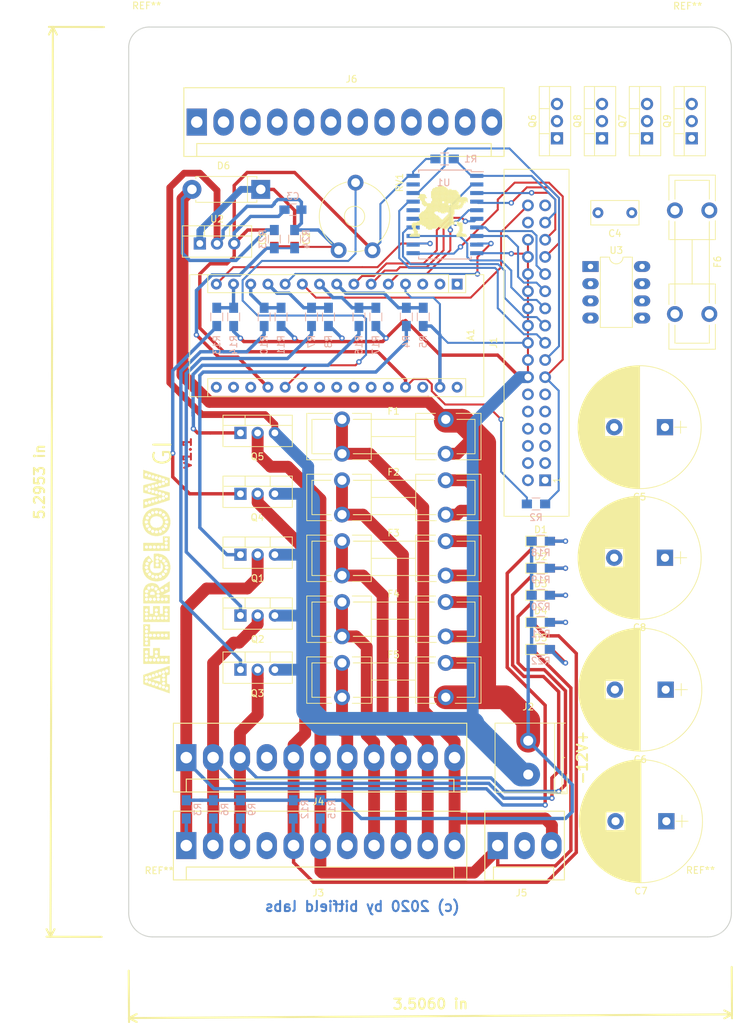
<source format=kicad_pcb>
(kicad_pcb (version 20171130) (host pcbnew 5.1.5)
  (layers (0 F.Cu signal) (31 B.Cu signal) (34 B.Paste user hide) (35 F.Paste user hide) (36 B.SilkS user) (37 F.SilkS user) (38 B.Mask user) (39 F.Mask user) (44 Edge.Cuts user))
  (net 0 "")
  (net 1 GND)
  (net 2 /5V)
  (net 3 +12V)
  (net 4 "Net-(D1-Pad2)")
  (net 5 /GI_OUT_0)
  (net 6 "Net-(D2-Pad2)")
  (net 7 /GI_OUT_1)
  (net 8 /GI_OUT_2)
  (net 9 "Net-(D3-Pad2)")
  (net 10 /GI_OUT_3)
  (net 11 "Net-(D4-Pad2)")
  (net 12 /GI_OUT_4)
  (net 13 "Net-(D5-Pad2)")
  (net 14 "Net-(F1-Pad1)")
  (net 15 "Net-(F2-Pad1)")
  (net 16 "Net-(F3-Pad1)")
  (net 17 "Net-(F4-Pad1)")
  (net 18 "Net-(F5-Pad1)")
  (net 19 /TRIAC)
  (net 20 /D7)
  (net 21 /D6)
  (net 22 /D5)
  (net 23 /D4)
  (net 24 /D3)
  (net 25 /D2)
  (net 26 /D1)
  (net 27 /D0)
  (net 28 /BLANK)
  (net 29 /ZC)
  (net 30 "Net-(J3-Pad4)")
  (net 31 "Net-(J4-Pad4)")
  (net 32 "Net-(J5-Pad2)")
  (net 33 "Net-(Q1-Pad1)")
  (net 34 "Net-(Q2-Pad1)")
  (net 35 "Net-(Q3-Pad1)")
  (net 36 "Net-(Q4-Pad1)")
  (net 37 "Net-(Q5-Pad1)")
  (net 38 /P0)
  (net 39 /P1)
  (net 40 /P2)
  (net 41 /P3)
  (net 42 /P4)
  (net 43 "Net-(A1-Pad19)")
  (net 44 "Net-(A1-Pad20)")
  (net 45 /T0)
  (net 46 /T4)
  (net 47 /T1)
  (net 48 "Net-(U1-Pad15)")
  (net 49 /T2)
  (net 50 "Net-(U1-Pad16)")
  (net 51 /T3)
  (net 52 "Net-(U1-Pad19)")
  (net 53 "Net-(A1-Pad1)")
  (net 54 "Net-(A1-Pad17)")
  (net 55 "Net-(A1-Pad2)")
  (net 56 "Net-(A1-Pad18)")
  (net 57 "Net-(A1-Pad3)")
  (net 58 "Net-(A1-Pad21)")
  (net 59 "Net-(A1-Pad22)")
  (net 60 "Net-(A1-Pad23)")
  (net 61 "Net-(A1-Pad24)")
  (net 62 "Net-(A1-Pad25)")
  (net 63 "Net-(A1-Pad26)")
  (net 64 "Net-(A1-Pad28)")
  (net 65 "Net-(A1-Pad30)")
  (net 66 "Net-(A1-Pad16)")
  (net 67 /PIN1)
  (net 68 /PIN2)
  (net 69 /PIN3)
  (net 70 /PIN4)
  (net 71 /PIN5)
  (net 72 /PIN6)
  (net 73 /PIN7)
  (net 74 /PIN8)
  (net 75 /PIN9)
  (net 76 /PIN10)
  (net 77 /PIN11)
  (net 78 /PIN12)
  (net 79 /PIN32)
  (net 80 /PIN33)
  (net 81 /OUT_DC)
  (net 82 "Net-(F6-Pad1)")
  (net 83 "Net-(F6-Pad2)")
  (net 84 "Net-(J6-Pad10)")
  (net 85 "Net-(J6-Pad1)")
  (net 86 "Net-(J6-Pad9)")
  (net 87 "Net-(Q7-Pad1)")
  (net 88 "Net-(Q8-Pad1)")
  (net 89 "Net-(Q9-Pad1)")
  (net 90 "Net-(Q6-Pad1)")
  (module Mounting_Holes:MountingHole_4.3mm_M4 (layer F.Cu) (at 55.05 15.5)
    (fp_text reference REF** (at -1.9 -7.65) (layer F.SilkS))
    (fp_text value MountingHole_4.3mm_M4)
    (pad 1 np_thru_hole circle (at 0 0) (size 4.3 4.3) (drill 4.3) (layers *.Cu *.Mask))
  )
  (module Mounting_Holes:MountingHole_4.3mm_M4 (layer F.Cu) (at 134.95 15.55)
    (fp_text reference REF** (at -1.9 -7.65) (layer F.SilkS))
    (fp_text value MountingHole_4.3mm_M4)
    (pad 1 np_thru_hole circle (at 0 0) (size 4.3 4.3) (drill 4.3) (layers *.Cu *.Mask))
  )
  (module Mounting_Holes:MountingHole_4.3mm_M4 (layer F.Cu) (at 134.95 140.95)
    (fp_text reference REF** (at 0 -5.3) (layer F.SilkS))
    (fp_text value MountingHole_4.3mm_M4)
    (pad 1 np_thru_hole circle (at 0 0) (size 4.3 4.3) (drill 4.3) (layers *.Cu *.Mask))
  )
  (module Mounting_Holes:MountingHole_4.3mm_M4 (layer F.Cu) (at 55 141)
    (fp_text reference REF** (at 0 -5.3) (layer F.SilkS))
    (fp_text value MountingHole_4.3mm_M4)
    (pad 1 np_thru_hole circle (at 0 0) (size 4.3 4.3) (drill 4.3) (layers *.Cu *.Mask))
  )
  (module FLAKIE:FLAKIE_inv (layer F.Cu) (at 91.85 34.35)
    (fp_text reference FLAKIE hide)
    (fp_text value "" (at 0 0) (layer F.SilkS) (effects (font (size 1.27 1.27))))
  )
  (module afterglow:afterglow (layer F.Cu) (at 52.55 109.5 90)
    (fp_text reference afterglow hide)
    (fp_text value "" (at 0 0 90) (layer F.SilkS) (effects (font (size 1.27 1.27))))
  )
  (module TO_SOT_Packages_THT:TO-220_Vertical (layer F.Cu) (at 133.65 27.45 90)
    (fp_text reference Q9 (at 2.54 -3.62 90) (layer F.SilkS))
    (fp_text value FQP30N06L)
    (pad 3 thru_hole oval (at 5.08 0 90) (size 1.8 1.8) (drill 1) (layers *.Cu *.Mask) (net 1 GND))
    (pad 2 thru_hole oval (at 2.54 0 90) (size 1.8 1.8) (drill 1) (layers *.Cu *.Mask) (net 82 "Net-(F6-Pad1)"))
    (pad 1 thru_hole rect (at 0 0 90) (size 1.8 1.8) (drill 1) (layers *.Cu *.Mask) (net 89 "Net-(Q9-Pad1)"))
  )
  (module TO_SOT_Packages_THT:TO-220_Vertical (layer F.Cu) (at 120.4 27.45 90)
    (fp_text reference Q8 (at 2.54 -3.62 90) (layer F.SilkS))
    (fp_text value FQP30N06L)
    (pad 3 thru_hole oval (at 5.08 0 90) (size 1.8 1.8) (drill 1) (layers *.Cu *.Mask) (net 82 "Net-(F6-Pad1)"))
    (pad 2 thru_hole oval (at 2.54 0 90) (size 1.8 1.8) (drill 1) (layers *.Cu *.Mask) (net 81 /OUT_DC))
    (pad 1 thru_hole rect (at 0 0 90) (size 1.8 1.8) (drill 1) (layers *.Cu *.Mask) (net 88 "Net-(Q8-Pad1)"))
  )
  (module TO_SOT_Packages_THT:TO-220_Vertical (layer F.Cu) (at 127.05 27.45 90)
    (fp_text reference Q7 (at 2.54 -3.62 90) (layer F.SilkS))
    (fp_text value FQP30N06L)
    (pad 3 thru_hole oval (at 5.08 0 90) (size 1.8 1.8) (drill 1) (layers *.Cu *.Mask) (net 1 GND))
    (pad 2 thru_hole oval (at 2.54 0 90) (size 1.8 1.8) (drill 1) (layers *.Cu *.Mask) (net 84 "Net-(J6-Pad10)"))
    (pad 1 thru_hole rect (at 0 0 90) (size 1.8 1.8) (drill 1) (layers *.Cu *.Mask) (net 87 "Net-(Q7-Pad1)"))
  )
  (module TO_SOT_Packages_THT:TO-220_Vertical (layer F.Cu) (at 113.75 27.45 90)
    (fp_text reference Q6 (at 2.54 -3.62 90) (layer F.SilkS))
    (fp_text value FQP30N06L)
    (pad 3 thru_hole oval (at 5.08 0 90) (size 1.8 1.8) (drill 1) (layers *.Cu *.Mask) (net 84 "Net-(J6-Pad10)"))
    (pad 2 thru_hole oval (at 2.54 0 90) (size 1.8 1.8) (drill 1) (layers *.Cu *.Mask) (net 81 /OUT_DC))
    (pad 1 thru_hole rect (at 0 0 90) (size 1.8 1.8) (drill 1) (layers *.Cu *.Mask) (net 90 "Net-(Q6-Pad1)"))
  )
  (module Housings_DIP:DIP-8_W7.62mm_LongPads (layer F.Cu) (at 118.7 46.4)
    (fp_text reference U3 (at 3.81 -2.39) (layer F.SilkS))
    (fp_text value LT4320_CAP)
    (pad 8 thru_hole oval (at 7.62 0) (size 2.4 1.6) (drill 0.8) (layers *.Cu *.Mask) (net 82 "Net-(F6-Pad1)"))
    (pad 4 thru_hole oval (at 0 7.62) (size 2.4 1.6) (drill 0.8) (layers *.Cu *.Mask) (net 87 "Net-(Q7-Pad1)"))
    (pad 7 thru_hole oval (at 7.62 2.54) (size 2.4 1.6) (drill 0.8) (layers *.Cu *.Mask) (net 88 "Net-(Q8-Pad1)"))
    (pad 3 thru_hole oval (at 0 5.08) (size 2.4 1.6) (drill 0.8) (layers *.Cu *.Mask) (net 89 "Net-(Q9-Pad1)"))
    (pad 6 thru_hole oval (at 7.62 5.08) (size 2.4 1.6) (drill 0.8) (layers *.Cu *.Mask) (net 81 /OUT_DC))
    (pad 2 thru_hole oval (at 0 2.54) (size 2.4 1.6) (drill 0.8) (layers *.Cu *.Mask) (net 90 "Net-(Q6-Pad1)"))
    (pad 5 thru_hole oval (at 7.62 7.62) (size 2.4 1.6) (drill 0.8) (layers *.Cu *.Mask) (net 1 GND))
    (pad 1 thru_hole rect (at 0 0) (size 2.4 1.6) (drill 0.8) (layers *.Cu *.Mask) (net 84 "Net-(J6-Pad10)"))
  )
  (module Connectors_Molex:Molex_KK-41791-12_10x3.96mm_Straight (layer F.Cu) (at 60.55 25.05)
    (fp_text reference J6 (at 22.86 -6.35) (layer F.SilkS))
    (fp_text value Conn_01x12_Male)
    (pad 12 thru_hole oval (at 43.58 0) (size 3 4) (drill 1.7) (layers *.Cu *.Mask) (net 84 "Net-(J6-Pad10)"))
    (pad 1 thru_hole rect (at 0 0) (size 3 4) (drill 1.7) (layers *.Cu *.Mask) (net 85 "Net-(J6-Pad1)"))
    (pad 2 thru_hole oval (at 3.9624 0) (size 3 4) (drill 1.7) (layers *.Cu *.Mask) (net 83 "Net-(F6-Pad2)"))
    (pad 3 thru_hole oval (at 7.9248 0) (size 3 4) (drill 1.7) (layers *.Cu *.Mask) (net 83 "Net-(F6-Pad2)"))
    (pad 4 thru_hole oval (at 11.8872 0) (size 3 4) (drill 1.7) (layers *.Cu *.Mask) (net 83 "Net-(F6-Pad2)"))
    (pad 5 thru_hole oval (at 15.8496 0) (size 3 4) (drill 1.7) (layers *.Cu *.Mask) (net 83 "Net-(F6-Pad2)"))
    (pad 6 thru_hole oval (at 19.812 0) (size 3 4) (drill 1.7) (layers *.Cu *.Mask) (net 83 "Net-(F6-Pad2)"))
    (pad 7 thru_hole oval (at 23.7744 0) (size 3 4) (drill 1.7) (layers *.Cu *.Mask) (net 84 "Net-(J6-Pad10)"))
    (pad 8 thru_hole oval (at 27.7368 0) (size 3 4) (drill 1.7) (layers *.Cu *.Mask) (net 84 "Net-(J6-Pad10)"))
    (pad 9 thru_hole oval (at 31.6992 0) (size 3 4) (drill 1.7) (layers *.Cu *.Mask) (net 86 "Net-(J6-Pad9)"))
    (pad 10 thru_hole oval (at 35.6616 0) (size 3 4) (drill 1.7) (layers *.Cu *.Mask) (net 84 "Net-(J6-Pad10)"))
    (pad 11 thru_hole oval (at 39.6216 0) (size 3 4) (drill 1.7) (layers *.Cu *.Mask) (net 84 "Net-(J6-Pad10)"))
  )
  (module Fuse_Holders_and_Fuses:Fuseholder5x20_horiz_open_lateral_Type-II (layer F.Cu) (at 136.25 38.1 270)
    (fp_text reference F6 (at 7.61 -1.21 90) (layer F.SilkS))
    (fp_text value Fuse)
    (pad 1 thru_hole circle (at 0 5.08 270) (size 2.35 2.35) (drill 1.35) (layers *.Cu *.Mask) (net 82 "Net-(F6-Pad1)"))
    (pad 1 thru_hole circle (at 0 0 270) (size 2.35 2.35) (drill 1.35) (layers *.Cu *.Mask) (net 82 "Net-(F6-Pad1)"))
    (pad 2 thru_hole circle (at 15.32 5.08 270) (size 2.35 2.35) (drill 1.35) (layers *.Cu *.Mask) (net 83 "Net-(F6-Pad2)"))
    (pad 2 thru_hole circle (at 15.32 0 270) (size 2.35 2.35) (drill 1.35) (layers *.Cu *.Mask) (net 83 "Net-(F6-Pad2)"))
  )
  (module Capacitors_THT:CP_Radial_D18.0mm_P7.50mm (layer F.Cu) (at 129.7 89.45 180)
    (fp_text reference C8 (at 3.75 -10.31) (layer F.SilkS))
    (fp_text value CP)
    (pad 2 thru_hole circle (at 7.5 0 180) (size 2.4 2.4) (drill 1.2) (layers *.Cu *.Mask) (net 1 GND))
    (pad 1 thru_hole rect (at 0 0 180) (size 2.4 2.4) (drill 1.2) (layers *.Cu *.Mask) (net 81 /OUT_DC))
  )
  (module Capacitors_THT:CP_Radial_D18.0mm_P7.50mm (layer F.Cu) (at 129.9 128.4 180)
    (fp_text reference C7 (at 3.75 -10.31) (layer F.SilkS))
    (fp_text value CP)
    (pad 2 thru_hole circle (at 7.5 0 180) (size 2.4 2.4) (drill 1.2) (layers *.Cu *.Mask) (net 1 GND))
    (pad 1 thru_hole rect (at 0 0 180) (size 2.4 2.4) (drill 1.2) (layers *.Cu *.Mask) (net 81 /OUT_DC))
  )
  (module Capacitors_THT:CP_Radial_D18.0mm_P7.50mm (layer F.Cu) (at 129.8 108.95 180)
    (fp_text reference C6 (at 3.75 -10.31) (layer F.SilkS))
    (fp_text value CP)
    (pad 2 thru_hole circle (at 7.5 0 180) (size 2.4 2.4) (drill 1.2) (layers *.Cu *.Mask) (net 1 GND))
    (pad 1 thru_hole rect (at 0 0 180) (size 2.4 2.4) (drill 1.2) (layers *.Cu *.Mask) (net 81 /OUT_DC))
  )
  (module Capacitors_THT:CP_Radial_D18.0mm_P7.50mm (layer F.Cu) (at 129.7 70.15 180)
    (fp_text reference C5 (at 3.75 -10.31) (layer F.SilkS))
    (fp_text value CP)
    (pad 2 thru_hole circle (at 7.5 0 180) (size 2.4 2.4) (drill 1.2) (layers *.Cu *.Mask) (net 1 GND))
    (pad 1 thru_hole rect (at 0 0 180) (size 2.4 2.4) (drill 1.2) (layers *.Cu *.Mask) (net 81 /OUT_DC))
  )
  (module Capacitors_THT:C_Rect_L7.0mm_W3.5mm_P5.00mm (layer F.Cu) (at 124.8 38.45 180)
    (fp_text reference C4 (at 2.5 -3.06) (layer F.SilkS))
    (fp_text value C)
    (pad 2 thru_hole circle (at 5 0 180) (size 1.6 1.6) (drill 0.8) (layers *.Cu *.Mask) (net 1 GND))
    (pad 1 thru_hole circle (at 0 0 180) (size 1.6 1.6) (drill 0.8) (layers *.Cu *.Mask) (net 81 /OUT_DC))
  )
  (module Potentiometers:Potentiometer_Trimmer_Piher_PT-10v10_Horizontal_Px10.0mm_Py5.0mm (layer F.Cu) (at 86.5 44 90)
    (fp_text reference RV1 (at 10 4 270) (layer F.SilkS))
    (fp_text value R_POT_TRIM)
    (pad 3 thru_hole circle (at 0 -5 90) (size 2.34 2.34) (drill 1.3) (layers *.Cu *.Mask) (net 1 GND))
    (pad 2 thru_hole circle (at 10 -2.5 90) (size 2.34 2.34) (drill 1.3) (layers *.Cu *.Mask) (net 44 "Net-(A1-Pad20)"))
    (pad 1 thru_hole circle (at 0 0 90) (size 2.34 2.34) (drill 1.3) (layers *.Cu *.Mask) (net 2 /5V))
  )
  (module Connectors_Terminal_Blocks:TerminalBlock_Philmore_TB132_02x5mm_Straight (layer F.Cu) (at 109.5 121.5 90)
    (fp_text reference J2 (at 10 0 180) (layer F.SilkS))
    (fp_text value POWER_CONN)
    (pad 1 thru_hole rect (at 0 0 90) (size 2.4 2.4) (drill 1.47) (layers *.Cu *.Mask) (net 1 GND))
    (pad 2 thru_hole circle (at 5 0 90) (size 2.4 2.4) (drill 1.47) (layers *.Cu *.Mask) (net 3 +12V))
  )
  (module Housings_SOIC:SOIC-20W_7.5x12.8mm_Pitch1.27mm (layer B.Cu) (at 97.2 38.715 180)
    (fp_text reference U1 (at 0.2 4.715 180) (layer B.SilkS) (effects (justify mirror)))
    (fp_text value 74LS374)
    (pad 1 smd rect (at -4.7 5.715 180) (size 1.95 0.6) (layers B.Cu B.Paste B.Mask) (net 28 /BLANK))
    (pad 2 smd rect (at -4.7 4.445 180) (size 1.95 0.6) (layers B.Cu B.Paste B.Mask) (net 45 /T0))
    (pad 3 smd rect (at -4.7 3.175 180) (size 1.95 0.6) (layers B.Cu B.Paste B.Mask) (net 27 /D0))
    (pad 4 smd rect (at -4.7 1.905 180) (size 1.95 0.6) (layers B.Cu B.Paste B.Mask) (net 26 /D1))
    (pad 5 smd rect (at -4.7 0.635 180) (size 1.95 0.6) (layers B.Cu B.Paste B.Mask) (net 47 /T1))
    (pad 6 smd rect (at -4.7 -0.635 180) (size 1.95 0.6) (layers B.Cu B.Paste B.Mask) (net 49 /T2))
    (pad 7 smd rect (at -4.7 -1.905 180) (size 1.95 0.6) (layers B.Cu B.Paste B.Mask) (net 25 /D2))
    (pad 8 smd rect (at -4.7 -3.175 180) (size 1.95 0.6) (layers B.Cu B.Paste B.Mask) (net 24 /D3))
    (pad 9 smd rect (at -4.7 -4.445 180) (size 1.95 0.6) (layers B.Cu B.Paste B.Mask) (net 51 /T3))
    (pad 10 smd rect (at -4.7 -5.715 180) (size 1.95 0.6) (layers B.Cu B.Paste B.Mask) (net 1 GND))
    (pad 11 smd rect (at 4.7 -5.715 180) (size 1.95 0.6) (layers B.Cu B.Paste B.Mask) (net 19 /TRIAC))
    (pad 12 smd rect (at 4.7 -4.445 180) (size 1.95 0.6) (layers B.Cu B.Paste B.Mask) (net 46 /T4))
    (pad 13 smd rect (at 4.7 -3.175 180) (size 1.95 0.6) (layers B.Cu B.Paste B.Mask) (net 23 /D4))
    (pad 14 smd rect (at 4.7 -1.905 180) (size 1.95 0.6) (layers B.Cu B.Paste B.Mask) (net 22 /D5))
    (pad 15 smd rect (at 4.7 -0.635 180) (size 1.95 0.6) (layers B.Cu B.Paste B.Mask) (net 48 "Net-(U1-Pad15)"))
    (pad 16 smd rect (at 4.7 0.635 180) (size 1.95 0.6) (layers B.Cu B.Paste B.Mask) (net 50 "Net-(U1-Pad16)"))
    (pad 17 smd rect (at 4.7 1.905 180) (size 1.95 0.6) (layers B.Cu B.Paste B.Mask) (net 21 /D6))
    (pad 18 smd rect (at 4.7 3.175 180) (size 1.95 0.6) (layers B.Cu B.Paste B.Mask) (net 20 /D7))
    (pad 19 smd rect (at 4.7 4.445 180) (size 1.95 0.6) (layers B.Cu B.Paste B.Mask) (net 52 "Net-(U1-Pad19)"))
    (pad 20 smd rect (at 4.7 5.715 180) (size 1.95 0.6) (layers B.Cu B.Paste B.Mask) (net 2 /5V))
  )
  (module Modules:Arduino_Nano (layer F.Cu) (at 99 49 270)
    (fp_text reference A1 (at 7.5 -2 270) (layer F.SilkS))
    (fp_text value Arduino_Nano_v3.x)
    (pad 1 thru_hole rect (at 0 0 270) (size 1.6 1.6) (drill 0.8) (layers *.Cu *.Mask) (net 53 "Net-(A1-Pad1)"))
    (pad 17 thru_hole oval (at 15.24 33.02 270) (size 1.6 1.6) (drill 0.8) (layers *.Cu *.Mask) (net 54 "Net-(A1-Pad17)"))
    (pad 2 thru_hole oval (at 0 2.54 270) (size 1.6 1.6) (drill 0.8) (layers *.Cu *.Mask) (net 55 "Net-(A1-Pad2)"))
    (pad 18 thru_hole oval (at 15.24 30.48 270) (size 1.6 1.6) (drill 0.8) (layers *.Cu *.Mask) (net 56 "Net-(A1-Pad18)"))
    (pad 3 thru_hole oval (at 0 5.08 270) (size 1.6 1.6) (drill 0.8) (layers *.Cu *.Mask) (net 57 "Net-(A1-Pad3)"))
    (pad 19 thru_hole oval (at 15.24 27.94 270) (size 1.6 1.6) (drill 0.8) (layers *.Cu *.Mask) (net 43 "Net-(A1-Pad19)"))
    (pad 4 thru_hole oval (at 0 7.62 270) (size 1.6 1.6) (drill 0.8) (layers *.Cu *.Mask) (net 1 GND))
    (pad 20 thru_hole oval (at 15.24 25.4 270) (size 1.6 1.6) (drill 0.8) (layers *.Cu *.Mask) (net 44 "Net-(A1-Pad20)"))
    (pad 5 thru_hole oval (at 0 10.16 270) (size 1.6 1.6) (drill 0.8) (layers *.Cu *.Mask) (net 45 /T0))
    (pad 21 thru_hole oval (at 15.24 22.86 270) (size 1.6 1.6) (drill 0.8) (layers *.Cu *.Mask) (net 58 "Net-(A1-Pad21)"))
    (pad 6 thru_hole oval (at 0 12.7 270) (size 1.6 1.6) (drill 0.8) (layers *.Cu *.Mask) (net 47 /T1))
    (pad 22 thru_hole oval (at 15.24 20.32 270) (size 1.6 1.6) (drill 0.8) (layers *.Cu *.Mask) (net 59 "Net-(A1-Pad22)"))
    (pad 7 thru_hole oval (at 0 15.24 270) (size 1.6 1.6) (drill 0.8) (layers *.Cu *.Mask) (net 49 /T2))
    (pad 23 thru_hole oval (at 15.24 17.78 270) (size 1.6 1.6) (drill 0.8) (layers *.Cu *.Mask) (net 60 "Net-(A1-Pad23)"))
    (pad 8 thru_hole oval (at 0 17.78 270) (size 1.6 1.6) (drill 0.8) (layers *.Cu *.Mask) (net 38 /P0))
    (pad 24 thru_hole oval (at 15.24 15.24 270) (size 1.6 1.6) (drill 0.8) (layers *.Cu *.Mask) (net 61 "Net-(A1-Pad24)"))
    (pad 9 thru_hole oval (at 0 20.32 270) (size 1.6 1.6) (drill 0.8) (layers *.Cu *.Mask) (net 42 /P4))
    (pad 25 thru_hole oval (at 15.24 12.7 270) (size 1.6 1.6) (drill 0.8) (layers *.Cu *.Mask) (net 62 "Net-(A1-Pad25)"))
    (pad 10 thru_hole oval (at 0 22.86 270) (size 1.6 1.6) (drill 0.8) (layers *.Cu *.Mask) (net 29 /ZC))
    (pad 26 thru_hole oval (at 15.24 10.16 270) (size 1.6 1.6) (drill 0.8) (layers *.Cu *.Mask) (net 63 "Net-(A1-Pad26)"))
    (pad 11 thru_hole oval (at 0 25.4 270) (size 1.6 1.6) (drill 0.8) (layers *.Cu *.Mask) (net 51 /T3))
    (pad 27 thru_hole oval (at 15.24 7.62 270) (size 1.6 1.6) (drill 0.8) (layers *.Cu *.Mask) (net 2 /5V))
    (pad 12 thru_hole oval (at 0 27.94 270) (size 1.6 1.6) (drill 0.8) (layers *.Cu *.Mask) (net 39 /P1))
    (pad 28 thru_hole oval (at 15.24 5.08 270) (size 1.6 1.6) (drill 0.8) (layers *.Cu *.Mask) (net 64 "Net-(A1-Pad28)"))
    (pad 13 thru_hole oval (at 0 30.48 270) (size 1.6 1.6) (drill 0.8) (layers *.Cu *.Mask) (net 40 /P2))
    (pad 29 thru_hole oval (at 15.24 2.54 270) (size 1.6 1.6) (drill 0.8) (layers *.Cu *.Mask) (net 1 GND))
    (pad 14 thru_hole oval (at 0 33.02 270) (size 1.6 1.6) (drill 0.8) (layers *.Cu *.Mask) (net 41 /P3))
    (pad 30 thru_hole oval (at 15.24 0 270) (size 1.6 1.6) (drill 0.8) (layers *.Cu *.Mask) (net 65 "Net-(A1-Pad30)"))
    (pad 15 thru_hole oval (at 0 35.56 270) (size 1.6 1.6) (drill 0.8) (layers *.Cu *.Mask) (net 46 /T4))
    (pad 16 thru_hole oval (at 15.24 35.56 270) (size 1.6 1.6) (drill 0.8) (layers *.Cu *.Mask) (net 66 "Net-(A1-Pad16)"))
  )
  (module Capacitors_SMD:C_0805_HandSoldering (layer F.Cu) (at 72 42.25 90)
    (fp_text reference C1 (at 0 -1.75 90) (layer F.SilkS))
    (fp_text value C_Small)
    (pad 1 smd rect (at -1.25 0 90) (size 1.5 1.25) (layers F.Cu F.Paste F.Mask) (net 1 GND))
    (pad 2 smd rect (at 1.25 0 90) (size 1.5 1.25) (layers F.Cu F.Paste F.Mask) (net 2 /5V))
  )
  (module Capacitors_SMD:C_0805_HandSoldering (layer F.Cu) (at 75 42.25 270)
    (fp_text reference C2 (at 0 -1.75 270) (layer F.SilkS))
    (fp_text value 0.33u)
    (pad 1 smd rect (at -1.25 0 270) (size 1.5 1.25) (layers F.Cu F.Paste F.Mask) (net 81 /OUT_DC))
    (pad 2 smd rect (at 1.25 0 270) (size 1.5 1.25) (layers F.Cu F.Paste F.Mask) (net 1 GND))
  )
  (module Capacitors_SMD:C_0805_HandSoldering (layer B.Cu) (at 74.75 38)
    (fp_text reference C3 (at 0 -2) (layer B.SilkS) (effects (justify mirror)))
    (fp_text value 0.1u)
    (pad 2 smd rect (at 1.25 0) (size 1.5 1.25) (layers B.Cu B.Paste B.Mask) (net 1 GND))
    (pad 1 smd rect (at -1.25 0) (size 1.5 1.25) (layers B.Cu B.Paste B.Mask) (net 2 /5V))
  )
  (module LEDs:LED_0805_HandSoldering (layer F.Cu) (at 111.35 87)
    (fp_text reference D1 (at 0 -1.7) (layer F.SilkS))
    (fp_text value LED)
    (pad 2 smd rect (at 1.35 0) (size 1.5 1.3) (layers F.Cu F.Paste F.Mask) (net 4 "Net-(D1-Pad2)"))
    (pad 1 smd rect (at -1.35 0) (size 1.5 1.3) (layers F.Cu F.Paste F.Mask) (net 5 /GI_OUT_0))
  )
  (module LEDs:LED_0805_HandSoldering (layer F.Cu) (at 111.35 91)
    (fp_text reference D2 (at 0 -1.7) (layer F.SilkS))
    (fp_text value LED)
    (pad 2 smd rect (at 1.35 0) (size 1.5 1.3) (layers F.Cu F.Paste F.Mask) (net 6 "Net-(D2-Pad2)"))
    (pad 1 smd rect (at -1.35 0) (size 1.5 1.3) (layers F.Cu F.Paste F.Mask) (net 7 /GI_OUT_1))
  )
  (module LEDs:LED_0805_HandSoldering (layer F.Cu) (at 111.35 95)
    (fp_text reference D3 (at 0 -1.7) (layer F.SilkS))
    (fp_text value LED)
    (pad 1 smd rect (at -1.35 0) (size 1.5 1.3) (layers F.Cu F.Paste F.Mask) (net 8 /GI_OUT_2))
    (pad 2 smd rect (at 1.35 0) (size 1.5 1.3) (layers F.Cu F.Paste F.Mask) (net 9 "Net-(D3-Pad2)"))
  )
  (module LEDs:LED_0805_HandSoldering (layer F.Cu) (at 111.35 99)
    (fp_text reference D4 (at 0 -1.7) (layer F.SilkS))
    (fp_text value LED)
    (pad 1 smd rect (at -1.35 0) (size 1.5 1.3) (layers F.Cu F.Paste F.Mask) (net 10 /GI_OUT_3))
    (pad 2 smd rect (at 1.35 0) (size 1.5 1.3) (layers F.Cu F.Paste F.Mask) (net 11 "Net-(D4-Pad2)"))
  )
  (module LEDs:LED_0805_HandSoldering (layer F.Cu) (at 111.35 103)
    (fp_text reference D5 (at 0 -1.7) (layer F.SilkS))
    (fp_text value LED)
    (pad 1 smd rect (at -1.35 0) (size 1.5 1.3) (layers F.Cu F.Paste F.Mask) (net 12 /GI_OUT_4))
    (pad 2 smd rect (at 1.35 0) (size 1.5 1.3) (layers F.Cu F.Paste F.Mask) (net 13 "Net-(D5-Pad2)"))
  )
  (module Diodes_THT:D_5W_P10.16mm_Horizontal (layer F.Cu) (at 70 35 180)
    (fp_text reference D6 (at 5.5 3.5 180) (layer F.SilkS))
    (fp_text value D)
    (pad 1 thru_hole rect (at 0 0 180) (size 2.8 2.8) (drill 1.4) (layers *.Cu *.Mask) (net 81 /OUT_DC))
    (pad 2 thru_hole oval (at 10.16 0 180) (size 2.8 2.8) (drill 1.4) (layers *.Cu *.Mask) (net 3 +12V))
  )
  (module Fuse_Holders_and_Fuses:Fuseholder5x20_horiz_open_lateral_Type-II (layer F.Cu) (at 82 69)
    (fp_text reference F1 (at 7.61 -1.21) (layer F.SilkS))
    (fp_text value Fuse)
    (pad 2 thru_hole circle (at 15.32 0) (size 2.35 2.35) (drill 1.35) (layers *.Cu *.Mask) (net 3 +12V))
    (pad 2 thru_hole circle (at 15.32 5.08) (size 2.35 2.35) (drill 1.35) (layers *.Cu *.Mask) (net 3 +12V))
    (pad 1 thru_hole circle (at 0 0) (size 2.35 2.35) (drill 1.35) (layers *.Cu *.Mask) (net 14 "Net-(F1-Pad1)"))
    (pad 1 thru_hole circle (at 0 5.08) (size 2.35 2.35) (drill 1.35) (layers *.Cu *.Mask) (net 14 "Net-(F1-Pad1)"))
  )
  (module Fuse_Holders_and_Fuses:Fuseholder5x20_horiz_open_lateral_Type-II (layer F.Cu) (at 82 78)
    (fp_text reference F2 (at 7.61 -1.21) (layer F.SilkS))
    (fp_text value Fuse)
    (pad 1 thru_hole circle (at 0 5.08) (size 2.35 2.35) (drill 1.35) (layers *.Cu *.Mask) (net 15 "Net-(F2-Pad1)"))
    (pad 1 thru_hole circle (at 0 0) (size 2.35 2.35) (drill 1.35) (layers *.Cu *.Mask) (net 15 "Net-(F2-Pad1)"))
    (pad 2 thru_hole circle (at 15.32 5.08) (size 2.35 2.35) (drill 1.35) (layers *.Cu *.Mask) (net 3 +12V))
    (pad 2 thru_hole circle (at 15.32 0) (size 2.35 2.35) (drill 1.35) (layers *.Cu *.Mask) (net 3 +12V))
  )
  (module Fuse_Holders_and_Fuses:Fuseholder5x20_horiz_open_lateral_Type-II (layer F.Cu) (at 82 87)
    (fp_text reference F3 (at 7.61 -1.21) (layer F.SilkS))
    (fp_text value Fuse)
    (pad 2 thru_hole circle (at 15.32 0) (size 2.35 2.35) (drill 1.35) (layers *.Cu *.Mask) (net 3 +12V))
    (pad 2 thru_hole circle (at 15.32 5.08) (size 2.35 2.35) (drill 1.35) (layers *.Cu *.Mask) (net 3 +12V))
    (pad 1 thru_hole circle (at 0 0) (size 2.35 2.35) (drill 1.35) (layers *.Cu *.Mask) (net 16 "Net-(F3-Pad1)"))
    (pad 1 thru_hole circle (at 0 5.08) (size 2.35 2.35) (drill 1.35) (layers *.Cu *.Mask) (net 16 "Net-(F3-Pad1)"))
  )
  (module Fuse_Holders_and_Fuses:Fuseholder5x20_horiz_open_lateral_Type-II (layer F.Cu) (at 82 96)
    (fp_text reference F4 (at 7.61 -1.21) (layer F.SilkS))
    (fp_text value Fuse)
    (pad 1 thru_hole circle (at 0 5.08) (size 2.35 2.35) (drill 1.35) (layers *.Cu *.Mask) (net 17 "Net-(F4-Pad1)"))
    (pad 1 thru_hole circle (at 0 0) (size 2.35 2.35) (drill 1.35) (layers *.Cu *.Mask) (net 17 "Net-(F4-Pad1)"))
    (pad 2 thru_hole circle (at 15.32 5.08) (size 2.35 2.35) (drill 1.35) (layers *.Cu *.Mask) (net 3 +12V))
    (pad 2 thru_hole circle (at 15.32 0) (size 2.35 2.35) (drill 1.35) (layers *.Cu *.Mask) (net 3 +12V))
  )
  (module Fuse_Holders_and_Fuses:Fuseholder5x20_horiz_open_lateral_Type-II (layer F.Cu) (at 82 105)
    (fp_text reference F5 (at 7.61 -1.21) (layer F.SilkS))
    (fp_text value Fuse)
    (pad 2 thru_hole circle (at 15.32 0) (size 2.35 2.35) (drill 1.35) (layers *.Cu *.Mask) (net 3 +12V))
    (pad 2 thru_hole circle (at 15.32 5.08) (size 2.35 2.35) (drill 1.35) (layers *.Cu *.Mask) (net 3 +12V))
    (pad 1 thru_hole circle (at 0 0) (size 2.35 2.35) (drill 1.35) (layers *.Cu *.Mask) (net 18 "Net-(F5-Pad1)"))
    (pad 1 thru_hole circle (at 0 5.08) (size 2.35 2.35) (drill 1.35) (layers *.Cu *.Mask) (net 18 "Net-(F5-Pad1)"))
  )
  (module Connectors:IDC_Header_Straight_34pins (layer F.Cu) (at 112 78 90)
    (fp_text reference J1 (at 20.32 -7.62 90) (layer F.SilkS))
    (fp_text value Conn_02x17_Odd_Even)
    (fp_text user 1 (at 0.02 1.72 90) (layer F.SilkS) (effects (font (thickness 0.12))))
    (pad 1 thru_hole rect (at 0 0 90) (size 1.7272 1.7272) (drill 1.016) (layers *.Cu *.Mask) (net 67 /PIN1))
    (pad 2 thru_hole oval (at 0 -2.54 90) (size 1.7272 1.7272) (drill 1.016) (layers *.Cu *.Mask) (net 68 /PIN2))
    (pad 3 thru_hole oval (at 2.54 0 90) (size 1.7272 1.7272) (drill 1.016) (layers *.Cu *.Mask) (net 69 /PIN3))
    (pad 4 thru_hole oval (at 2.54 -2.54 90) (size 1.7272 1.7272) (drill 1.016) (layers *.Cu *.Mask) (net 70 /PIN4))
    (pad 5 thru_hole oval (at 5.08 0 90) (size 1.7272 1.7272) (drill 1.016) (layers *.Cu *.Mask) (net 71 /PIN5))
    (pad 6 thru_hole oval (at 5.08 -2.54 90) (size 1.7272 1.7272) (drill 1.016) (layers *.Cu *.Mask) (net 72 /PIN6))
    (pad 7 thru_hole oval (at 7.62 0 90) (size 1.7272 1.7272) (drill 1.016) (layers *.Cu *.Mask) (net 73 /PIN7))
    (pad 8 thru_hole oval (at 7.62 -2.54 90) (size 1.7272 1.7272) (drill 1.016) (layers *.Cu *.Mask) (net 74 /PIN8))
    (pad 9 thru_hole oval (at 10.16 0 90) (size 1.7272 1.7272) (drill 1.016) (layers *.Cu *.Mask) (net 75 /PIN9))
    (pad 10 thru_hole oval (at 10.16 -2.54 90) (size 1.7272 1.7272) (drill 1.016) (layers *.Cu *.Mask) (net 76 /PIN10))
    (pad 11 thru_hole oval (at 12.7 0 90) (size 1.7272 1.7272) (drill 1.016) (layers *.Cu *.Mask) (net 77 /PIN11))
    (pad 12 thru_hole oval (at 12.7 -2.54 90) (size 1.7272 1.7272) (drill 1.016) (layers *.Cu *.Mask) (net 78 /PIN12))
    (pad 13 thru_hole oval (at 15.24 0 90) (size 1.7272 1.7272) (drill 1.016) (layers *.Cu *.Mask) (net 19 /TRIAC))
    (pad 14 thru_hole oval (at 15.24 -2.54 90) (size 1.7272 1.7272) (drill 1.016) (layers *.Cu *.Mask) (net 1 GND))
    (pad 15 thru_hole oval (at 17.78 0 90) (size 1.7272 1.7272) (drill 1.016) (layers *.Cu *.Mask) (net 20 /D7))
    (pad 16 thru_hole oval (at 17.78 -2.54 90) (size 1.7272 1.7272) (drill 1.016) (layers *.Cu *.Mask) (net 1 GND))
    (pad 17 thru_hole oval (at 20.32 0 90) (size 1.7272 1.7272) (drill 1.016) (layers *.Cu *.Mask) (net 21 /D6))
    (pad 18 thru_hole oval (at 20.32 -2.54 90) (size 1.7272 1.7272) (drill 1.016) (layers *.Cu *.Mask) (net 1 GND))
    (pad 19 thru_hole oval (at 22.86 0 90) (size 1.7272 1.7272) (drill 1.016) (layers *.Cu *.Mask) (net 22 /D5))
    (pad 20 thru_hole oval (at 22.86 -2.54 90) (size 1.7272 1.7272) (drill 1.016) (layers *.Cu *.Mask) (net 1 GND))
    (pad 21 thru_hole oval (at 25.4 0 90) (size 1.7272 1.7272) (drill 1.016) (layers *.Cu *.Mask) (net 23 /D4))
    (pad 22 thru_hole oval (at 25.4 -2.54 90) (size 1.7272 1.7272) (drill 1.016) (layers *.Cu *.Mask) (net 1 GND))
    (pad 23 thru_hole oval (at 27.94 0 90) (size 1.7272 1.7272) (drill 1.016) (layers *.Cu *.Mask) (net 24 /D3))
    (pad 24 thru_hole oval (at 27.94 -2.54 90) (size 1.7272 1.7272) (drill 1.016) (layers *.Cu *.Mask) (net 1 GND))
    (pad 25 thru_hole oval (at 30.48 0 90) (size 1.7272 1.7272) (drill 1.016) (layers *.Cu *.Mask) (net 25 /D2))
    (pad 26 thru_hole oval (at 30.48 -2.54 90) (size 1.7272 1.7272) (drill 1.016) (layers *.Cu *.Mask) (net 1 GND))
    (pad 27 thru_hole oval (at 33.02 0 90) (size 1.7272 1.7272) (drill 1.016) (layers *.Cu *.Mask) (net 26 /D1))
    (pad 28 thru_hole oval (at 33.02 -2.54 90) (size 1.7272 1.7272) (drill 1.016) (layers *.Cu *.Mask) (net 1 GND))
    (pad 29 thru_hole oval (at 35.56 0 90) (size 1.7272 1.7272) (drill 1.016) (layers *.Cu *.Mask) (net 27 /D0))
    (pad 30 thru_hole oval (at 35.56 -2.54 90) (size 1.7272 1.7272) (drill 1.016) (layers *.Cu *.Mask) (net 1 GND))
    (pad 31 thru_hole oval (at 38.1 0 90) (size 1.7272 1.7272) (drill 1.016) (layers *.Cu *.Mask) (net 28 /BLANK))
    (pad 32 thru_hole oval (at 38.1 -2.54 90) (size 1.7272 1.7272) (drill 1.016) (layers *.Cu *.Mask) (net 79 /PIN32))
    (pad 33 thru_hole oval (at 40.64 0 90) (size 1.7272 1.7272) (drill 1.016) (layers *.Cu *.Mask) (net 80 /PIN33))
    (pad 34 thru_hole oval (at 40.64 -2.54 90) (size 1.7272 1.7272) (drill 1.016) (layers *.Cu *.Mask) (net 29 /ZC))
  )
  (module Connectors_Molex:Molex_KK-41791-11_10x3.96mm_Straight (layer F.Cu) (at 59 132)
    (fp_text reference J3 (at 19.5 7) (layer F.SilkS))
    (fp_text value GI_WPC_J120)
    (pad 11 thru_hole oval (at 39.6216 0) (size 3 4) (drill 1.7) (layers *.Cu *.Mask) (net 14 "Net-(F1-Pad1)"))
    (pad 10 thru_hole oval (at 35.6616 0) (size 3 4) (drill 1.7) (layers *.Cu *.Mask) (net 15 "Net-(F2-Pad1)"))
    (pad 9 thru_hole oval (at 31.6992 0) (size 3 4) (drill 1.7) (layers *.Cu *.Mask) (net 16 "Net-(F3-Pad1)"))
    (pad 8 thru_hole oval (at 27.7368 0) (size 3 4) (drill 1.7) (layers *.Cu *.Mask) (net 17 "Net-(F4-Pad1)"))
    (pad 7 thru_hole oval (at 23.7744 0) (size 3 4) (drill 1.7) (layers *.Cu *.Mask) (net 18 "Net-(F5-Pad1)"))
    (pad 6 thru_hole oval (at 19.812 0) (size 3 4) (drill 1.7) (layers *.Cu *.Mask) (net 12 /GI_OUT_4))
    (pad 5 thru_hole oval (at 15.8496 0) (size 3 4) (drill 1.7) (layers *.Cu *.Mask) (net 10 /GI_OUT_3))
    (pad 4 thru_hole oval (at 11.8872 0) (size 3 4) (drill 1.7) (layers *.Cu *.Mask) (net 30 "Net-(J3-Pad4)"))
    (pad 3 thru_hole oval (at 7.9248 0) (size 3 4) (drill 1.7) (layers *.Cu *.Mask) (net 8 /GI_OUT_2))
    (pad 2 thru_hole oval (at 3.9624 0) (size 3 4) (drill 1.7) (layers *.Cu *.Mask) (net 7 /GI_OUT_1))
    (pad 1 thru_hole rect (at 0 0) (size 3 4) (drill 1.7) (layers *.Cu *.Mask) (net 5 /GI_OUT_0))
  )
  (module Connectors_Molex:Molex_KK-41791-11_10x3.96mm_Straight (layer F.Cu) (at 59 119)
    (fp_text reference J4 (at 19.5 6.5) (layer F.SilkS))
    (fp_text value GI_WPC_J121)
    (pad 1 thru_hole rect (at 0 0) (size 3 4) (drill 1.7) (layers *.Cu *.Mask) (net 5 /GI_OUT_0))
    (pad 2 thru_hole oval (at 3.9624 0) (size 3 4) (drill 1.7) (layers *.Cu *.Mask) (net 7 /GI_OUT_1))
    (pad 3 thru_hole oval (at 7.9248 0) (size 3 4) (drill 1.7) (layers *.Cu *.Mask) (net 8 /GI_OUT_2))
    (pad 4 thru_hole oval (at 11.8872 0) (size 3 4) (drill 1.7) (layers *.Cu *.Mask) (net 31 "Net-(J4-Pad4)"))
    (pad 5 thru_hole oval (at 15.8496 0) (size 3 4) (drill 1.7) (layers *.Cu *.Mask) (net 10 /GI_OUT_3))
    (pad 6 thru_hole oval (at 19.812 0) (size 3 4) (drill 1.7) (layers *.Cu *.Mask) (net 12 /GI_OUT_4))
    (pad 7 thru_hole oval (at 23.7744 0) (size 3 4) (drill 1.7) (layers *.Cu *.Mask) (net 18 "Net-(F5-Pad1)"))
    (pad 8 thru_hole oval (at 27.7368 0) (size 3 4) (drill 1.7) (layers *.Cu *.Mask) (net 17 "Net-(F4-Pad1)"))
    (pad 9 thru_hole oval (at 31.6992 0) (size 3 4) (drill 1.7) (layers *.Cu *.Mask) (net 16 "Net-(F3-Pad1)"))
    (pad 10 thru_hole oval (at 35.6616 0) (size 3 4) (drill 1.7) (layers *.Cu *.Mask) (net 15 "Net-(F2-Pad1)"))
    (pad 11 thru_hole oval (at 39.6216 0) (size 3 4) (drill 1.7) (layers *.Cu *.Mask) (net 14 "Net-(F1-Pad1)"))
  )
  (module Connectors_Molex:Molex_KK-41791-03_03x3.96mm_Straight (layer F.Cu) (at 105 132)
    (fp_text reference J5 (at 3.5 7) (layer F.SilkS))
    (fp_text value GI_CONN_J119)
    (pad 1 thru_hole rect (at 0 0) (size 3 4) (drill 1.7) (layers *.Cu *.Mask) (net 12 /GI_OUT_4))
    (pad 2 thru_hole oval (at 3.9624 0) (size 3 4) (drill 1.7) (layers *.Cu *.Mask) (net 32 "Net-(J5-Pad2)"))
    (pad 3 thru_hole oval (at 7.9248 0) (size 3 4) (drill 1.7) (layers *.Cu *.Mask) (net 14 "Net-(F1-Pad1)"))
  )
  (module TO_SOT_Packages_THT:TO-220_Vertical (layer F.Cu) (at 67 89)
    (fp_text reference Q1 (at 2.54 3.5) (layer F.SilkS))
    (fp_text value FQP30N06L)
    (pad 3 thru_hole oval (at 5.08 0) (size 1.8 1.8) (drill 1) (layers *.Cu *.Mask) (net 1 GND))
    (pad 2 thru_hole oval (at 2.54 0) (size 1.8 1.8) (drill 1) (layers *.Cu *.Mask) (net 5 /GI_OUT_0))
    (pad 1 thru_hole rect (at 0 0) (size 1.8 1.8) (drill 1) (layers *.Cu *.Mask) (net 33 "Net-(Q1-Pad1)"))
  )
  (module TO_SOT_Packages_THT:TO-220_Vertical (layer F.Cu) (at 67 98)
    (fp_text reference Q2 (at 2.54 3.5) (layer F.SilkS))
    (fp_text value FQP30N06L)
    (pad 1 thru_hole rect (at 0 0) (size 1.8 1.8) (drill 1) (layers *.Cu *.Mask) (net 34 "Net-(Q2-Pad1)"))
    (pad 2 thru_hole oval (at 2.54 0) (size 1.8 1.8) (drill 1) (layers *.Cu *.Mask) (net 7 /GI_OUT_1))
    (pad 3 thru_hole oval (at 5.08 0) (size 1.8 1.8) (drill 1) (layers *.Cu *.Mask) (net 1 GND))
  )
  (module TO_SOT_Packages_THT:TO-220_Vertical (layer F.Cu) (at 67 106)
    (fp_text reference Q3 (at 2.5 3.5) (layer F.SilkS))
    (fp_text value FQP30N06L)
    (pad 3 thru_hole oval (at 5.08 0) (size 1.8 1.8) (drill 1) (layers *.Cu *.Mask) (net 1 GND))
    (pad 2 thru_hole oval (at 2.54 0) (size 1.8 1.8) (drill 1) (layers *.Cu *.Mask) (net 8 /GI_OUT_2))
    (pad 1 thru_hole rect (at 0 0) (size 1.8 1.8) (drill 1) (layers *.Cu *.Mask) (net 35 "Net-(Q3-Pad1)"))
  )
  (module TO_SOT_Packages_THT:TO-220_Vertical (layer F.Cu) (at 67 80)
    (fp_text reference Q4 (at 2.5 3.5) (layer F.SilkS))
    (fp_text value FQP30N06L)
    (pad 1 thru_hole rect (at 0 0) (size 1.8 1.8) (drill 1) (layers *.Cu *.Mask) (net 36 "Net-(Q4-Pad1)"))
    (pad 2 thru_hole oval (at 2.54 0) (size 1.8 1.8) (drill 1) (layers *.Cu *.Mask) (net 10 /GI_OUT_3))
    (pad 3 thru_hole oval (at 5.08 0) (size 1.8 1.8) (drill 1) (layers *.Cu *.Mask) (net 1 GND))
  )
  (module TO_SOT_Packages_THT:TO-220_Vertical (layer F.Cu) (at 67 71)
    (fp_text reference Q5 (at 2.5 3.5) (layer F.SilkS))
    (fp_text value FQP30N06L)
    (pad 3 thru_hole oval (at 5.08 0) (size 1.8 1.8) (drill 1) (layers *.Cu *.Mask) (net 1 GND))
    (pad 2 thru_hole oval (at 2.54 0) (size 1.8 1.8) (drill 1) (layers *.Cu *.Mask) (net 12 /GI_OUT_4))
    (pad 1 thru_hole rect (at 0 0) (size 1.8 1.8) (drill 1) (layers *.Cu *.Mask) (net 37 "Net-(Q5-Pad1)"))
  )
  (module Resistors_SMD:R_0805_HandSoldering (layer B.Cu) (at 97.15 30.5 180)
    (fp_text reference R1 (at -3.85 0 180) (layer B.SilkS) (effects (justify mirror)))
    (fp_text value 10k)
    (pad 1 smd rect (at -1.35 0 180) (size 1.5 1.3) (layers B.Cu B.Paste B.Mask) (net 28 /BLANK))
    (pad 2 smd rect (at 1.35 0 180) (size 1.5 1.3) (layers B.Cu B.Paste B.Mask) (net 2 /5V))
  )
  (module Resistors_SMD:R_0805_HandSoldering (layer B.Cu) (at 110.65 81.5 180)
    (fp_text reference R2 (at 0 -2 180) (layer B.SilkS) (effects (justify mirror)))
    (fp_text value 1.5k)
    (pad 1 smd rect (at -1.35 0 180) (size 1.5 1.3) (layers B.Cu B.Paste B.Mask) (net 19 /TRIAC))
    (pad 2 smd rect (at 1.35 0 180) (size 1.5 1.3) (layers B.Cu B.Paste B.Mask) (net 2 /5V))
  )
  (module Resistors_SMD:R_0805_HandSoldering (layer B.Cu) (at 59 126.65 90)
    (fp_text reference R3 (at 0 1.7 90) (layer B.SilkS) (effects (justify mirror)))
    (fp_text value 10k)
    (pad 1 smd rect (at -1.35 0 90) (size 1.5 1.3) (layers B.Cu B.Paste B.Mask) (net 5 /GI_OUT_0))
    (pad 2 smd rect (at 1.35 0 90) (size 1.5 1.3) (layers B.Cu B.Paste B.Mask) (net 3 +12V))
  )
  (module Resistors_SMD:R_0805_HandSoldering (layer B.Cu) (at 91.5 53.85 90)
    (fp_text reference R4 (at -3.65 0 90) (layer B.SilkS) (effects (justify mirror)))
    (fp_text value 220)
    (pad 2 smd rect (at 1.35 0 90) (size 1.5 1.3) (layers B.Cu B.Paste B.Mask) (net 38 /P0))
    (pad 1 smd rect (at -1.35 0 90) (size 1.5 1.3) (layers B.Cu B.Paste B.Mask) (net 33 "Net-(Q1-Pad1)"))
  )
  (module Resistors_SMD:R_0805_HandSoldering (layer B.Cu) (at 94 53.85 90)
    (fp_text reference R5 (at -3.65 0 90) (layer B.SilkS) (effects (justify mirror)))
    (fp_text value 10k)
    (pad 1 smd rect (at -1.35 0 90) (size 1.5 1.3) (layers B.Cu B.Paste B.Mask) (net 1 GND))
    (pad 2 smd rect (at 1.35 0 90) (size 1.5 1.3) (layers B.Cu B.Paste B.Mask) (net 38 /P0))
  )
  (module Resistors_SMD:R_0805_HandSoldering (layer B.Cu) (at 63 126.65 90)
    (fp_text reference R6 (at 0 1.7 90) (layer B.SilkS) (effects (justify mirror)))
    (fp_text value 10k)
    (pad 2 smd rect (at 1.35 0 90) (size 1.5 1.3) (layers B.Cu B.Paste B.Mask) (net 3 +12V))
    (pad 1 smd rect (at -1.35 0 90) (size 1.5 1.3) (layers B.Cu B.Paste B.Mask) (net 7 /GI_OUT_1))
  )
  (module Resistors_SMD:R_0805_HandSoldering (layer B.Cu) (at 77.5 53.85 90)
    (fp_text reference R7 (at -3.65 0 90) (layer B.SilkS) (effects (justify mirror)))
    (fp_text value 220)
    (pad 2 smd rect (at 1.35 0 90) (size 1.5 1.3) (layers B.Cu B.Paste B.Mask) (net 39 /P1))
    (pad 1 smd rect (at -1.35 0 90) (size 1.5 1.3) (layers B.Cu B.Paste B.Mask) (net 34 "Net-(Q2-Pad1)"))
  )
  (module Resistors_SMD:R_0805_HandSoldering (layer B.Cu) (at 80 53.85 90)
    (fp_text reference R8 (at -3.65 0 90) (layer B.SilkS) (effects (justify mirror)))
    (fp_text value 10k)
    (pad 2 smd rect (at 1.35 0 90) (size 1.5 1.3) (layers B.Cu B.Paste B.Mask) (net 39 /P1))
    (pad 1 smd rect (at -1.35 0 90) (size 1.5 1.3) (layers B.Cu B.Paste B.Mask) (net 1 GND))
  )
  (module Resistors_SMD:R_0805_HandSoldering (layer B.Cu) (at 67 126.65 90)
    (fp_text reference R9 (at 0 1.7 90) (layer B.SilkS) (effects (justify mirror)))
    (fp_text value 10k)
    (pad 2 smd rect (at 1.35 0 90) (size 1.5 1.3) (layers B.Cu B.Paste B.Mask) (net 3 +12V))
    (pad 1 smd rect (at -1.35 0 90) (size 1.5 1.3) (layers B.Cu B.Paste B.Mask) (net 8 /GI_OUT_2))
  )
  (module Resistors_SMD:R_0805_HandSoldering (layer B.Cu) (at 70.5 53.85 90)
    (fp_text reference R10 (at -4.15 0 90) (layer B.SilkS) (effects (justify mirror)))
    (fp_text value 220)
    (pad 2 smd rect (at 1.35 0 90) (size 1.5 1.3) (layers B.Cu B.Paste B.Mask) (net 40 /P2))
    (pad 1 smd rect (at -1.35 0 90) (size 1.5 1.3) (layers B.Cu B.Paste B.Mask) (net 35 "Net-(Q3-Pad1)"))
  )
  (module Resistors_SMD:R_0805_HandSoldering (layer B.Cu) (at 73 53.85 90)
    (fp_text reference R11 (at -4.15 0 90) (layer B.SilkS) (effects (justify mirror)))
    (fp_text value 10k)
    (pad 1 smd rect (at -1.35 0 90) (size 1.5 1.3) (layers B.Cu B.Paste B.Mask) (net 1 GND))
    (pad 2 smd rect (at 1.35 0 90) (size 1.5 1.3) (layers B.Cu B.Paste B.Mask) (net 40 /P2))
  )
  (module Resistors_SMD:R_0805_HandSoldering (layer B.Cu) (at 74.8 126.65 90)
    (fp_text reference R12 (at 0 1.7 90) (layer B.SilkS) (effects (justify mirror)))
    (fp_text value 10k)
    (pad 2 smd rect (at 1.35 0 90) (size 1.5 1.3) (layers B.Cu B.Paste B.Mask) (net 3 +12V))
    (pad 1 smd rect (at -1.35 0 90) (size 1.5 1.3) (layers B.Cu B.Paste B.Mask) (net 10 /GI_OUT_3))
  )
  (module Resistors_SMD:R_0805_HandSoldering (layer B.Cu) (at 63.5 53.85 90)
    (fp_text reference R13 (at -4.15 0 90) (layer B.SilkS) (effects (justify mirror)))
    (fp_text value 220)
    (pad 2 smd rect (at 1.35 0 90) (size 1.5 1.3) (layers B.Cu B.Paste B.Mask) (net 41 /P3))
    (pad 1 smd rect (at -1.35 0 90) (size 1.5 1.3) (layers B.Cu B.Paste B.Mask) (net 36 "Net-(Q4-Pad1)"))
  )
  (module Resistors_SMD:R_0805_HandSoldering (layer B.Cu) (at 66 53.85 90)
    (fp_text reference R14 (at -4.15 0 90) (layer B.SilkS) (effects (justify mirror)))
    (fp_text value 10k)
    (pad 1 smd rect (at -1.35 0 90) (size 1.5 1.3) (layers B.Cu B.Paste B.Mask) (net 1 GND))
    (pad 2 smd rect (at 1.35 0 90) (size 1.5 1.3) (layers B.Cu B.Paste B.Mask) (net 41 /P3))
  )
  (module Resistors_SMD:R_0805_HandSoldering (layer B.Cu) (at 78.8 126.65 90)
    (fp_text reference R15 (at 0 1.7 90) (layer B.SilkS) (effects (justify mirror)))
    (fp_text value 10k)
    (pad 2 smd rect (at 1.35 0 90) (size 1.5 1.3) (layers B.Cu B.Paste B.Mask) (net 3 +12V))
    (pad 1 smd rect (at -1.35 0 90) (size 1.5 1.3) (layers B.Cu B.Paste B.Mask) (net 12 /GI_OUT_4))
  )
  (module Resistors_SMD:R_0805_HandSoldering (layer B.Cu) (at 84.5 53.85 90)
    (fp_text reference R16 (at -4.15 0 90) (layer B.SilkS) (effects (justify mirror)))
    (fp_text value 220)
    (pad 2 smd rect (at 1.35 0 90) (size 1.5 1.3) (layers B.Cu B.Paste B.Mask) (net 42 /P4))
    (pad 1 smd rect (at -1.35 0 90) (size 1.5 1.3) (layers B.Cu B.Paste B.Mask) (net 37 "Net-(Q5-Pad1)"))
  )
  (module Resistors_SMD:R_0805_HandSoldering (layer B.Cu) (at 87 53.85 90)
    (fp_text reference R17 (at -4.15 0 90) (layer B.SilkS) (effects (justify mirror)))
    (fp_text value 10k)
    (pad 1 smd rect (at -1.35 0 90) (size 1.5 1.3) (layers B.Cu B.Paste B.Mask) (net 1 GND))
    (pad 2 smd rect (at 1.35 0 90) (size 1.5 1.3) (layers B.Cu B.Paste B.Mask) (net 42 /P4))
  )
  (module Resistors_SMD:R_0805_HandSoldering (layer B.Cu) (at 111.35 87)
    (fp_text reference R18 (at 0 1.7) (layer B.SilkS) (effects (justify mirror)))
    (fp_text value 180)
    (pad 2 smd rect (at 1.35 0) (size 1.5 1.3) (layers B.Cu B.Paste B.Mask) (net 4 "Net-(D1-Pad2)"))
    (pad 1 smd rect (at -1.35 0) (size 1.5 1.3) (layers B.Cu B.Paste B.Mask) (net 3 +12V))
  )
  (module Resistors_SMD:R_0805_HandSoldering (layer B.Cu) (at 111.35 91)
    (fp_text reference R19 (at 0 1.7) (layer B.SilkS) (effects (justify mirror)))
    (fp_text value 180)
    (pad 1 smd rect (at -1.35 0) (size 1.5 1.3) (layers B.Cu B.Paste B.Mask) (net 3 +12V))
    (pad 2 smd rect (at 1.35 0) (size 1.5 1.3) (layers B.Cu B.Paste B.Mask) (net 6 "Net-(D2-Pad2)"))
  )
  (module Resistors_SMD:R_0805_HandSoldering (layer B.Cu) (at 111.35 95)
    (fp_text reference R20 (at 0 1.7) (layer B.SilkS) (effects (justify mirror)))
    (fp_text value 180)
    (pad 1 smd rect (at -1.35 0) (size 1.5 1.3) (layers B.Cu B.Paste B.Mask) (net 3 +12V))
    (pad 2 smd rect (at 1.35 0) (size 1.5 1.3) (layers B.Cu B.Paste B.Mask) (net 9 "Net-(D3-Pad2)"))
  )
  (module Resistors_SMD:R_0805_HandSoldering (layer B.Cu) (at 111.35 99)
    (fp_text reference R21 (at 0 1.7) (layer B.SilkS) (effects (justify mirror)))
    (fp_text value 220)
    (pad 1 smd rect (at -1.35 0) (size 1.5 1.3) (layers B.Cu B.Paste B.Mask) (net 3 +12V))
    (pad 2 smd rect (at 1.35 0) (size 1.5 1.3) (layers B.Cu B.Paste B.Mask) (net 11 "Net-(D4-Pad2)"))
  )
  (module Resistors_SMD:R_0805_HandSoldering (layer B.Cu) (at 111.35 103)
    (fp_text reference R22 (at 0 1.7) (layer B.SilkS) (effects (justify mirror)))
    (fp_text value 220)
    (pad 1 smd rect (at -1.35 0) (size 1.5 1.3) (layers B.Cu B.Paste B.Mask) (net 3 +12V))
    (pad 2 smd rect (at 1.35 0) (size 1.5 1.3) (layers B.Cu B.Paste B.Mask) (net 13 "Net-(D5-Pad2)"))
  )
  (module Resistors_SMD:R_0805_HandSoldering (layer B.Cu) (at 72 42.35 270)
    (fp_text reference R23 (at 0 1.7 270) (layer B.SilkS) (effects (justify mirror)))
    (fp_text value 1M)
    (pad 2 smd rect (at 1.35 0 270) (size 1.5 1.3) (layers B.Cu B.Paste B.Mask) (net 43 "Net-(A1-Pad19)"))
    (pad 1 smd rect (at -1.35 0 270) (size 1.5 1.3) (layers B.Cu B.Paste B.Mask) (net 3 +12V))
  )
  (module Resistors_SMD:R_0805_HandSoldering (layer B.Cu) (at 75 42.35 90)
    (fp_text reference R24 (at 0 1.7 90) (layer B.SilkS) (effects (justify mirror)))
    (fp_text value 300k)
    (pad 1 smd rect (at -1.35 0 90) (size 1.5 1.3) (layers B.Cu B.Paste B.Mask) (net 43 "Net-(A1-Pad19)"))
    (pad 2 smd rect (at 1.35 0 90) (size 1.5 1.3) (layers B.Cu B.Paste B.Mask) (net 1 GND))
  )
  (module TO_SOT_Packages_THT:TO-220_Vertical (layer F.Cu) (at 61 43)
    (fp_text reference U2 (at 2.54 -3.62) (layer F.SilkS))
    (fp_text value L7805)
    (pad 1 thru_hole rect (at 0 0) (size 1.8 1.8) (drill 1) (layers *.Cu *.Mask) (net 81 /OUT_DC))
    (pad 2 thru_hole oval (at 2.54 0) (size 1.8 1.8) (drill 1) (layers *.Cu *.Mask) (net 1 GND))
    (pad 3 thru_hole oval (at 5.08 0) (size 1.8 1.8) (drill 1) (layers *.Cu *.Mask) (net 2 /5V))
  )
  (dimension 89.051698 (width 0.3) (layer F.SilkS) (gr_text "89.052 mm" (at 95.081203 159.324826 0.3538717354) (layer F.SilkS) (effects (font (size 1.5 1.5) (thickness 0.3)))) (feature1 (pts (xy 139.55 149.95) (xy 139.596855 157.536276))) (feature2 (pts (xy 50.5 150.5) (xy 50.546855 158.086276))) (crossbar (pts (xy 50.543233 157.499866) (xy 139.593233 156.949866))) (arrow1a (pts (xy 139.593233 156.949866) (xy 138.470373 157.543233))) (arrow1b (pts (xy 139.593233 156.949866) (xy 138.463129 156.370414))) (arrow2a (pts (xy 50.543233 157.499866) (xy 51.673337 158.079318))) (arrow2b (pts (xy 50.543233 157.499866) (xy 51.666093 156.906499))))
  (dimension 134.500455 (width 0.3) (layer F.SilkS) (gr_text "134.500 mm" (at 37.025033 78.224888 89.85090351) (layer F.SilkS) (effects (font (size 1.5 1.5) (thickness 0.3)))) (feature1 (pts (xy 46.5 145.5) (xy 38.363607 145.478827))) (feature2 (pts (xy 46.85 11) (xy 38.713607 10.978827))) (crossbar (pts (xy 39.300026 10.980353) (xy 38.950026 145.480353))) (arrow1a (pts (xy 38.950026 145.480353) (xy 38.366539 144.352327))) (arrow1b (pts (xy 38.950026 145.480353) (xy 39.539376 144.355379))) (arrow2a (pts (xy 39.300026 10.980353) (xy 38.710676 12.105327))) (arrow2b (pts (xy 39.300026 10.980353) (xy 39.883513 12.108379))))
  (gr_text "-12V+\n" (at 117.5 119 90) (layer F.SilkS) (effects (font (size 1.5 1.5) (thickness 0.3))))
  (gr_text "(c) 2020 by bitfield labs" (at 85 141) (layer B.Cu) (effects (font (size 1.5 1.5) (thickness 0.3)) (justify mirror)))
  (gr_text v1.1 (at 59 74 90) (layer F.Cu) (effects (font (size 1.5 1.5) (thickness 0.3))))
  (gr_text GI (at 55.5 74 90) (layer F.SilkS) (effects (font (size 2.54 2.54) (thickness 0.3))))
  (gr_arc (start 54 142) (end 50.5 142) (angle -90) (layer Edge.Cuts) (width 0.15))
  (gr_arc (start 136 142) (end 136 145.5) (angle -90) (layer Edge.Cuts) (width 0.15))
  (gr_arc (start 136.5 14) (end 139.5 14) (angle -90) (layer Edge.Cuts) (width 0.15))
  (gr_arc (start 53.5 14) (end 53.5 11) (angle -90) (layer Edge.Cuts) (width 0.15))
  (gr_line (start 139.5 142) (end 139.5 14) (layer Edge.Cuts) (width 0.15))
  (gr_line (start 54 145.5) (end 136 145.5) (layer Edge.Cuts) (width 0.15))
  (gr_line (start 50.5 14) (end 50.5 142) (layer Edge.Cuts) (width 0.15))
  (gr_line (start 53.5 11) (end 136.5 11) (layer Edge.Cuts) (width 0.15))
  (segment (start 109.46 42.44) (end 109.46 55.14) (width 0.3) (layer F.Cu) (net 1))
  (segment (start 109.46 55.14) (end 109.46 62.76) (width 0.3) (layer F.Cu) (net 1))
  (segment (start 91.38 54.5) (end 91.38 54.68) (width 0.3) (layer F.Cu) (net 1))
  (segment (start 88.5 57) (end 91 54.5) (width 0.5) (layer F.Cu) (net 1))
  (segment (start 91 54.5) (end 91.38 54.5) (width 0.5) (layer F.Cu) (net 1))
  (segment (start 79 114) (end 77 112) (width 3.5) (layer B.Cu) (net 1))
  (segment (start 72.08 89) (end 77 89) (width 1.75) (layer B.Cu) (net 1))
  (segment (start 77 89) (end 77 81) (width 3.5) (layer B.Cu) (net 1))
  (segment (start 76 98) (end 77 99) (width 1.75) (layer B.Cu) (net 1))
  (segment (start 72.08 98) (end 76 98) (width 1.75) (layer B.Cu) (net 1))
  (segment (start 77 99) (end 77 89) (width 3.5) (layer B.Cu) (net 1))
  (segment (start 72.08 106) (end 77 106) (width 1.75) (layer B.Cu) (net 1))
  (segment (start 77 112) (end 77 106) (width 3.5) (layer B.Cu) (net 1))
  (segment (start 77 106) (end 77 99) (width 3.5) (layer B.Cu) (net 1))
  (segment (start 76 80) (end 77 81) (width 1.75) (layer B.Cu) (net 1))
  (segment (start 77 75.92) (end 77 81) (width 1.75) (layer B.Cu) (net 1))
  (segment (start 72.08 71) (end 77 75.92) (width 1.75) (layer B.Cu) (net 1))
  (segment (start 72.08 80) (end 76 80) (width 1.75) (layer B.Cu) (net 1))
  (segment (start 108.238686 62.76) (end 109.46 62.76) (width 1.75) (layer B.Cu) (net 1))
  (segment (start 101.3 69.698686) (end 108.238686 62.76) (width 1.75) (layer B.Cu) (net 1))
  (segment (start 101.3 114) (end 101.3 69.698686) (width 1.75) (layer B.Cu) (net 1))
  (segment (start 101.3 114) (end 79 114) (width 3.5) (layer B.Cu) (net 1))
  (segment (start 108.5 121.5) (end 109.5 121.5) (width 3.5) (layer B.Cu) (net 1))
  (segment (start 101.3 114.3) (end 108.5 121.5) (width 3.5) (layer B.Cu) (net 1))
  (segment (start 75 43.5) (end 72 43.5) (width 0.5) (layer F.Cu) (net 1))
  (segment (start 95.15 55.2) (end 94 55.2) (width 0.5) (layer B.Cu) (net 1))
  (via (at 67 57) (size 0.8) (drill 0.4) (layers F.Cu B.Cu) (net 1))
  (segment (start 66 55.2) (end 66 56) (width 0.5) (layer B.Cu) (net 1))
  (segment (start 66 56) (end 67 57) (width 0.5) (layer B.Cu) (net 1))
  (segment (start 67 57) (end 67.5 57.5) (width 0.5) (layer F.Cu) (net 1))
  (via (at 75 57) (size 0.8) (drill 0.4) (layers F.Cu B.Cu) (net 1))
  (segment (start 73 55.2) (end 73.2 55.2) (width 0.5) (layer B.Cu) (net 1))
  (segment (start 73.2 55.2) (end 75 57) (width 0.5) (layer B.Cu) (net 1))
  (segment (start 75 57) (end 75.5 57.5) (width 0.5) (layer F.Cu) (net 1))
  (segment (start 67.5 57.5) (end 75.5 57.5) (width 0.5) (layer F.Cu) (net 1))
  (via (at 82 57) (size 0.8) (drill 0.4) (layers F.Cu B.Cu) (net 1))
  (segment (start 80 55.2) (end 80.2 55.2) (width 0.5) (layer B.Cu) (net 1))
  (segment (start 80.2 55.2) (end 82 57) (width 0.5) (layer B.Cu) (net 1))
  (segment (start 82 57) (end 82 57.5) (width 0.5) (layer F.Cu) (net 1))
  (segment (start 75.5 57.5) (end 82 57.5) (width 0.5) (layer F.Cu) (net 1))
  (segment (start 87 55.2) (end 87 55.5) (width 0.5) (layer B.Cu) (net 1))
  (via (at 88.5 57) (size 0.8) (drill 0.4) (layers F.Cu B.Cu) (net 1))
  (segment (start 87 55.5) (end 88.5 57) (width 0.5) (layer B.Cu) (net 1))
  (segment (start 88 57.5) (end 86 57.5) (width 0.5) (layer F.Cu) (net 1))
  (segment (start 88.5 57) (end 88 57.5) (width 0.5) (layer F.Cu) (net 1))
  (segment (start 82 57.5) (end 86 57.5) (width 0.5) (layer F.Cu) (net 1))
  (segment (start 86 57.5) (end 86.5 57.5) (width 0.5) (layer F.Cu) (net 1))
  (segment (start 91.38 54.38) (end 96.46 59.46) (width 0.5) (layer F.Cu) (net 1))
  (segment (start 108.238686 62.76) (end 104.978686 59.5) (width 0.5) (layer F.Cu) (net 1))
  (segment (start 109.46 62.76) (end 108.238686 62.76) (width 0.5) (layer F.Cu) (net 1))
  (segment (start 104.978686 59.5) (end 96.46 59.5) (width 0.5) (layer F.Cu) (net 1))
  (segment (start 96.46 59.46) (end 96.46 59.5) (width 0.5) (layer F.Cu) (net 1))
  (segment (start 96.46 59.5) (end 96.46 64.24) (width 0.5) (layer F.Cu) (net 1))
  (segment (start 58.687999 32.599999) (end 56.564991 34.723007) (width 1) (layer F.Cu) (net 1))
  (segment (start 56.564991 34.723007) (end 56.564991 63.564991) (width 1) (layer F.Cu) (net 1))
  (segment (start 60.992001 32.599999) (end 58.687999 32.599999) (width 1) (layer F.Cu) (net 1))
  (segment (start 63.54 43) (end 63.54 35.147998) (width 1) (layer F.Cu) (net 1))
  (segment (start 63.54 35.147998) (end 60.992001 32.599999) (width 1) (layer F.Cu) (net 1))
  (segment (start 72.08 69.727208) (end 72.08 71) (width 1) (layer F.Cu) (net 1))
  (segment (start 70.642803 68.290011) (end 72.08 69.727208) (width 1) (layer F.Cu) (net 1))
  (segment (start 61.290011 68.290011) (end 70.642803 68.290011) (width 1) (layer F.Cu) (net 1))
  (segment (start 56.564991 63.564991) (end 61.290011 68.290011) (width 1) (layer F.Cu) (net 1))
  (segment (start 78.5 41) (end 81.5 44) (width 0.5) (layer B.Cu) (net 1))
  (segment (start 75 41) (end 76 41) (width 0.5) (layer B.Cu) (net 1))
  (segment (start 76 41) (end 78.5 41) (width 0.5) (layer B.Cu) (net 1))
  (via (at 107 44.5) (size 0.8) (drill 0.4) (layers F.Cu B.Cu) (net 1))
  (segment (start 101.9 44.43) (end 106.93 44.43) (width 0.3) (layer B.Cu) (net 1))
  (segment (start 106.93 44.43) (end 107 44.5) (width 0.3) (layer B.Cu) (net 1))
  (segment (start 108.98 44.5) (end 109.46 44.98) (width 0.3) (layer F.Cu) (net 1))
  (segment (start 107 44.5) (end 108.98 44.5) (width 0.3) (layer F.Cu) (net 1))
  (segment (start 91.38 50.13137) (end 92.24863 51) (width 0.3) (layer B.Cu) (net 1))
  (segment (start 91.38 49) (end 91.38 50.13137) (width 0.3) (layer B.Cu) (net 1))
  (segment (start 92.24863 51) (end 95.5 51) (width 0.3) (layer B.Cu) (net 1))
  (segment (start 96.46 51.96) (end 96.46 57) (width 0.3) (layer B.Cu) (net 1))
  (segment (start 95.5 51) (end 96.46 51.96) (width 0.3) (layer B.Cu) (net 1))
  (segment (start 96.46 64.24) (end 96.46 57) (width 0.5) (layer B.Cu) (net 1))
  (segment (start 96.46 57) (end 96.46 56.51) (width 0.5) (layer B.Cu) (net 1))
  (segment (start 97.63 57.68) (end 96 56.05) (width 0.3) (layer B.Cu) (net 1))
  (segment (start 109.46 57.68) (end 97.63 57.68) (width 0.3) (layer B.Cu) (net 1))
  (segment (start 96.46 56.51) (end 96 56.05) (width 0.5) (layer B.Cu) (net 1))
  (segment (start 96 56.05) (end 95.15 55.2) (width 0.5) (layer B.Cu) (net 1))
  (via (at 81.5 44) (size 0.8) (drill 0.4) (layers F.Cu B.Cu) (net 1))
  (segment (start 75 43.5) (end 81 43.5) (width 0.3) (layer F.Cu) (net 1))
  (segment (start 81 43.5) (end 81.5 44) (width 0.3) (layer F.Cu) (net 1))
  (segment (start 64.439999 42.100001) (end 64.439999 41.060001) (width 0.5) (layer B.Cu) (net 1))
  (segment (start 63.54 43) (end 64.439999 42.100001) (width 0.5) (layer B.Cu) (net 1))
  (segment (start 64.439999 41.060001) (end 68 37.5) (width 0.5) (layer B.Cu) (net 1))
  (segment (start 71.634998 37.5) (end 72 37.134998) (width 0.5) (layer B.Cu) (net 1))
  (segment (start 68 37.5) (end 71.634998 37.5) (width 0.5) (layer B.Cu) (net 1))
  (segment (start 72 37.134998) (end 72 37) (width 0.5) (layer B.Cu) (net 1))
  (segment (start 76 36.875) (end 75.625 36.5) (width 0.5) (layer B.Cu) (net 1))
  (segment (start 76 38) (end 76 36.875) (width 0.5) (layer B.Cu) (net 1))
  (segment (start 72.5 36.5) (end 72 37) (width 0.5) (layer B.Cu) (net 1))
  (segment (start 75.625 36.5) (end 72.5 36.5) (width 0.5) (layer B.Cu) (net 1))
  (segment (start 76 40) (end 75 41) (width 0.5) (layer B.Cu) (net 1))
  (segment (start 76 38) (end 76 40) (width 0.5) (layer B.Cu) (net 1))
  (segment (start 68.08 41) (end 66.08 43) (width 0.5) (layer F.Cu) (net 2))
  (segment (start 72 41) (end 68.08 41) (width 0.5) (layer F.Cu) (net 2))
  (segment (start 87.27137 59) (end 91.38 63.10863) (width 0.5) (layer F.Cu) (net 2))
  (segment (start 64.5 59) (end 87.27137 59) (width 0.5) (layer F.Cu) (net 2))
  (segment (start 66.08 44.92) (end 65 46) (width 0.5) (layer F.Cu) (net 2))
  (segment (start 91.38 63.10863) (end 91.38 64.24) (width 0.5) (layer F.Cu) (net 2))
  (segment (start 66.08 43) (end 66.08 44.92) (width 0.5) (layer F.Cu) (net 2))
  (segment (start 65 46) (end 62.5 46) (width 0.5) (layer F.Cu) (net 2))
  (segment (start 61 47.5) (end 61 55.5) (width 0.5) (layer F.Cu) (net 2))
  (segment (start 62.5 46) (end 61 47.5) (width 0.5) (layer F.Cu) (net 2))
  (segment (start 61 55.5) (end 64.5 59) (width 0.5) (layer F.Cu) (net 2))
  (segment (start 66.08 41.42) (end 66.08 43) (width 0.5) (layer B.Cu) (net 2))
  (segment (start 68.5 39) (end 66.08 41.42) (width 0.5) (layer B.Cu) (net 2))
  (segment (start 72.625 39) (end 68.5 39) (width 0.5) (layer B.Cu) (net 2))
  (segment (start 73.5 38.125) (end 72.625 39) (width 0.5) (layer B.Cu) (net 2))
  (segment (start 66.08 43) (end 66.08 34.42) (width 0.5) (layer F.Cu) (net 2))
  (segment (start 66.08 34.42) (end 68 32.5) (width 0.5) (layer F.Cu) (net 2))
  (segment (start 75 32.5) (end 86.5 44) (width 0.5) (layer F.Cu) (net 2))
  (segment (start 68 32.5) (end 75 32.5) (width 0.5) (layer F.Cu) (net 2))
  (segment (start 87.669999 37.155001) (end 91.825 33) (width 0.3) (layer B.Cu) (net 2))
  (segment (start 87.669999 42.830001) (end 87.669999 37.155001) (width 0.3) (layer B.Cu) (net 2))
  (segment (start 91.825 33) (end 92.5 33) (width 0.3) (layer B.Cu) (net 2))
  (segment (start 86.5 44) (end 87.669999 42.830001) (width 0.3) (layer B.Cu) (net 2))
  (segment (start 94.75 30.5) (end 95.8 30.5) (width 0.3) (layer B.Cu) (net 2))
  (segment (start 94.4 30.5) (end 94.75 30.5) (width 0.3) (layer B.Cu) (net 2))
  (segment (start 92.5 32.4) (end 94.4 30.5) (width 0.3) (layer B.Cu) (net 2))
  (segment (start 92.5 33) (end 92.5 32.4) (width 0.3) (layer B.Cu) (net 2))
  (segment (start 105.5 76.75) (end 105.5 69) (width 0.3) (layer B.Cu) (net 2))
  (segment (start 109.3 81.5) (end 109.3 80.55) (width 0.3) (layer B.Cu) (net 2))
  (via (at 105.5 69) (size 0.8) (drill 0.4) (layers F.Cu B.Cu) (net 2))
  (segment (start 109.3 80.55) (end 105.5 76.75) (width 0.3) (layer B.Cu) (net 2))
  (segment (start 105.100001 68.600001) (end 105.5 69) (width 0.3) (layer F.Cu) (net 2))
  (segment (start 103.29999 66.79999) (end 105.100001 68.600001) (width 0.3) (layer F.Cu) (net 2))
  (segment (start 97.243988 66.79999) (end 103.29999 66.79999) (width 0.3) (layer F.Cu) (net 2))
  (segment (start 95.259999 64.816001) (end 97.243988 66.79999) (width 0.3) (layer F.Cu) (net 2))
  (segment (start 95.259999 63.803997) (end 95.259999 64.816001) (width 0.3) (layer F.Cu) (net 2))
  (segment (start 94.496001 63.039999) (end 95.259999 63.803997) (width 0.3) (layer F.Cu) (net 2))
  (segment (start 92.580001 63.039999) (end 94.496001 63.039999) (width 0.3) (layer F.Cu) (net 2))
  (segment (start 91.38 64.24) (end 92.580001 63.039999) (width 0.3) (layer F.Cu) (net 2))
  (segment (start 58.440001 36.399999) (end 59.84 35) (width 1.75) (layer F.Cu) (net 3))
  (segment (start 58.440001 62.440001) (end 58.440001 36.399999) (width 1.75) (layer F.Cu) (net 3))
  (segment (start 62.415001 66.415001) (end 58.440001 62.440001) (width 1.75) (layer F.Cu) (net 3))
  (segment (start 94.735001 66.415001) (end 62.415001 66.415001) (width 1.75) (layer F.Cu) (net 3))
  (segment (start 97.32 69) (end 94.735001 66.415001) (width 1.75) (layer F.Cu) (net 3))
  (segment (start 106.08 110.08) (end 109.5 113.5) (width 3.5) (layer F.Cu) (net 3))
  (segment (start 109.5 113.5) (end 109.5 116.5) (width 3.5) (layer F.Cu) (net 3))
  (segment (start 82.15 125.3) (end 84.85 128) (width 0.5) (layer B.Cu) (net 3))
  (segment (start 81 125.3) (end 82.15 125.3) (width 0.5) (layer B.Cu) (net 3))
  (segment (start 84.85 128) (end 115 128) (width 0.5) (layer B.Cu) (net 3))
  (segment (start 115 128) (end 116 127) (width 0.5) (layer B.Cu) (net 3))
  (segment (start 116 123) (end 109.5 116.5) (width 0.5) (layer B.Cu) (net 3))
  (segment (start 116 127) (end 116 123) (width 0.5) (layer B.Cu) (net 3))
  (segment (start 60.15 125.3) (end 61.4 125.3) (width 0.5) (layer B.Cu) (net 3))
  (segment (start 59 125.3) (end 60.15 125.3) (width 0.5) (layer B.Cu) (net 3))
  (segment (start 61 125.3) (end 61.4 125.3) (width 0.5) (layer B.Cu) (net 3))
  (segment (start 61.4 125.3) (end 81 125.3) (width 0.5) (layer B.Cu) (net 3))
  (segment (start 110 87) (end 110 99) (width 0.5) (layer B.Cu) (net 3))
  (segment (start 110 99) (end 110 103) (width 0.5) (layer B.Cu) (net 3))
  (segment (start 109.5 103.5) (end 110 103) (width 0.5) (layer B.Cu) (net 3))
  (segment (start 109.5 116.5) (end 109.5 103.5) (width 0.5) (layer B.Cu) (net 3))
  (segment (start 70.85 41) (end 66.35 45.5) (width 0.5) (layer B.Cu) (net 3))
  (segment (start 72 41) (end 70.85 41) (width 0.5) (layer B.Cu) (net 3))
  (segment (start 66.35 45.5) (end 59.5 45.5) (width 0.5) (layer B.Cu) (net 3))
  (segment (start 58.440001 36.399999) (end 59.84 35) (width 0.5) (layer B.Cu) (net 3))
  (segment (start 58.440001 44.440001) (end 58.440001 36.399999) (width 0.5) (layer B.Cu) (net 3))
  (segment (start 59.5 45.5) (end 58.440001 44.440001) (width 0.5) (layer B.Cu) (net 3))
  (segment (start 99.7 69.2) (end 97.32 69.2) (width 3.5) (layer F.Cu) (net 3))
  (segment (start 103 72.5) (end 99.7 69.2) (width 3.5) (layer F.Cu) (net 3))
  (segment (start 103 110.08) (end 106.08 110.08) (width 3.5) (layer F.Cu) (net 3))
  (segment (start 97.32 110.08) (end 103 110.08) (width 3.5) (layer F.Cu) (net 3))
  (segment (start 100.5617 72.5) (end 103 72.5) (width 1.75) (layer F.Cu) (net 3))
  (segment (start 98.9817 74.08) (end 100.5617 72.5) (width 1.75) (layer F.Cu) (net 3))
  (segment (start 97.32 74.08) (end 98.9817 74.08) (width 1.75) (layer F.Cu) (net 3))
  (segment (start 100.5 78) (end 103 80.5) (width 1.75) (layer F.Cu) (net 3))
  (segment (start 97.32 78) (end 100.5 78) (width 1.75) (layer F.Cu) (net 3))
  (segment (start 103 80.5) (end 103 72.5) (width 3.5) (layer F.Cu) (net 3))
  (segment (start 99.5617 82.5) (end 103 82.5) (width 1.75) (layer F.Cu) (net 3))
  (segment (start 98.9817 83.08) (end 99.5617 82.5) (width 1.75) (layer F.Cu) (net 3))
  (segment (start 97.32 83.08) (end 98.9817 83.08) (width 1.75) (layer F.Cu) (net 3))
  (segment (start 103 82.5) (end 103 80.5) (width 3.5) (layer F.Cu) (net 3))
  (segment (start 97.32 87) (end 101.5 87) (width 1.75) (layer F.Cu) (net 3))
  (segment (start 101.5 87) (end 103 88.5) (width 1.75) (layer F.Cu) (net 3))
  (segment (start 103 88.5) (end 103 82.5) (width 3.5) (layer F.Cu) (net 3))
  (segment (start 102.58 92.08) (end 103 92.5) (width 1.75) (layer F.Cu) (net 3))
  (segment (start 97.32 92.08) (end 102.58 92.08) (width 1.75) (layer F.Cu) (net 3))
  (segment (start 103 92.5) (end 103 88.5) (width 3.5) (layer F.Cu) (net 3))
  (segment (start 102.5 96) (end 103 96.5) (width 1.75) (layer F.Cu) (net 3))
  (segment (start 97.32 96) (end 102.5 96) (width 1.75) (layer F.Cu) (net 3))
  (segment (start 103 96.5) (end 103 92.5) (width 3.5) (layer F.Cu) (net 3))
  (segment (start 102.58 101.08) (end 103 101.5) (width 1.75) (layer F.Cu) (net 3))
  (segment (start 97.32 101.08) (end 102.58 101.08) (width 1.75) (layer F.Cu) (net 3))
  (segment (start 103 101.5) (end 103 96.5) (width 3.5) (layer F.Cu) (net 3))
  (segment (start 97.32 105) (end 102.5 105) (width 1.75) (layer F.Cu) (net 3))
  (segment (start 103 110.08) (end 103 105.5) (width 3.5) (layer F.Cu) (net 3))
  (segment (start 102.5 105) (end 103 105.5) (width 1.75) (layer F.Cu) (net 3))
  (segment (start 103 105.5) (end 103 101.5) (width 3.5) (layer F.Cu) (net 3))
  (via (at 115 87) (size 0.8) (drill 0.4) (layers F.Cu B.Cu) (net 4))
  (segment (start 112.7 87) (end 115 87) (width 0.5) (layer F.Cu) (net 4))
  (segment (start 115 87) (end 112.7 87) (width 0.5) (layer B.Cu) (net 4))
  (segment (start 59 119) (end 59 132) (width 1.75) (layer F.Cu) (net 5))
  (segment (start 59 100.812792) (end 59 119) (width 1.75) (layer F.Cu) (net 5))
  (segment (start 62 94) (end 59 97) (width 1.75) (layer F.Cu) (net 5))
  (segment (start 59 97) (end 59 100.812792) (width 1.75) (layer F.Cu) (net 5))
  (segment (start 69.54 89) (end 69.54 92.46) (width 1.75) (layer F.Cu) (net 5))
  (segment (start 69.54 92.46) (end 68 94) (width 1.75) (layer F.Cu) (net 5))
  (segment (start 68 94) (end 62 94) (width 1.75) (layer F.Cu) (net 5))
  (segment (start 61.284546 94) (end 62 94) (width 0.5) (layer F.Cu) (net 5))
  (segment (start 59 119.5) (end 63.10002 123.60002) (width 0.5) (layer B.Cu) (net 5))
  (segment (start 59 119) (end 59 119.5) (width 0.5) (layer B.Cu) (net 5))
  (segment (start 103.337252 123.60002) (end 105.737232 126) (width 0.5) (layer B.Cu) (net 5))
  (segment (start 63.10002 123.60002) (end 103.337252 123.60002) (width 0.5) (layer B.Cu) (net 5))
  (via (at 112 126) (size 0.8) (drill 0.4) (layers F.Cu B.Cu) (net 5))
  (segment (start 105.737232 126) (end 112 126) (width 0.5) (layer B.Cu) (net 5))
  (segment (start 106.39998 91.75002) (end 110 88.15) (width 0.5) (layer F.Cu) (net 5))
  (segment (start 106.39998 105.662748) (end 106.39998 91.75002) (width 0.5) (layer F.Cu) (net 5))
  (segment (start 112 111.262768) (end 106.39998 105.662748) (width 0.5) (layer F.Cu) (net 5))
  (segment (start 110 88.15) (end 110 87) (width 0.5) (layer F.Cu) (net 5))
  (segment (start 112 126) (end 112 111.262768) (width 0.5) (layer F.Cu) (net 5))
  (segment (start 59 128) (end 59 132) (width 0.5) (layer B.Cu) (net 5))
  (via (at 115 91) (size 0.8) (drill 0.4) (layers F.Cu B.Cu) (net 6))
  (segment (start 112.7 91) (end 115 91) (width 0.5) (layer B.Cu) (net 6))
  (segment (start 115 91) (end 112.7 91) (width 0.5) (layer F.Cu) (net 6))
  (segment (start 62.9624 119) (end 62.9624 132) (width 1.75) (layer F.Cu) (net 7))
  (segment (start 62.9624 119) (end 62.9624 105.0376) (width 1.75) (layer F.Cu) (net 7))
  (segment (start 62.9624 105.0376) (end 66 102) (width 1.75) (layer F.Cu) (net 7))
  (segment (start 66.812792 102) (end 66 102) (width 1.75) (layer F.Cu) (net 7))
  (segment (start 69.54 99.272792) (end 66.812792 102) (width 1.75) (layer F.Cu) (net 7))
  (segment (start 69.54 98) (end 69.54 99.272792) (width 1.75) (layer F.Cu) (net 7))
  (via (at 113 125) (size 0.8) (drill 0.4) (layers F.Cu B.Cu) (net 7))
  (segment (start 105.868616 125) (end 113 125) (width 0.5) (layer B.Cu) (net 7))
  (segment (start 103.668626 122.80001) (end 105.868616 125) (width 0.5) (layer B.Cu) (net 7))
  (segment (start 66.26241 122.80001) (end 103.668626 122.80001) (width 0.5) (layer B.Cu) (net 7))
  (segment (start 62.9624 119) (end 62.9624 119.5) (width 0.5) (layer B.Cu) (net 7))
  (segment (start 62.9624 119.5) (end 66.26241 122.80001) (width 0.5) (layer B.Cu) (net 7))
  (segment (start 107.19999 94.95001) (end 110 92.15) (width 0.5) (layer F.Cu) (net 7))
  (segment (start 110 92.15) (end 110 91) (width 0.5) (layer F.Cu) (net 7))
  (segment (start 107.19999 105.331374) (end 107.19999 94.95001) (width 0.5) (layer F.Cu) (net 7))
  (segment (start 113 122) (end 114 121) (width 0.5) (layer F.Cu) (net 7))
  (segment (start 114 121) (end 114 109.262768) (width 0.5) (layer F.Cu) (net 7))
  (segment (start 113 125) (end 113 122) (width 0.5) (layer F.Cu) (net 7))
  (segment (start 114 109.262768) (end 111.737232 107) (width 0.5) (layer F.Cu) (net 7))
  (segment (start 111.737232 107) (end 108.868616 107) (width 0.5) (layer F.Cu) (net 7))
  (segment (start 108.868616 107) (end 107.19999 105.331374) (width 0.5) (layer F.Cu) (net 7))
  (segment (start 63 131.9624) (end 62.9624 132) (width 0.5) (layer B.Cu) (net 7))
  (segment (start 63 128) (end 63 131.9624) (width 0.5) (layer B.Cu) (net 7))
  (segment (start 69.54 107.272792) (end 69.54 106) (width 1.75) (layer F.Cu) (net 8))
  (segment (start 66.9248 119) (end 66.9248 115.25) (width 1.75) (layer F.Cu) (net 8))
  (segment (start 66.9248 115.25) (end 69.54 112.6348) (width 1.75) (layer F.Cu) (net 8))
  (segment (start 69.54 112.6348) (end 69.54 107.272792) (width 1.75) (layer F.Cu) (net 8))
  (via (at 114 124) (size 0.8) (drill 0.4) (layers F.Cu B.Cu) (net 8))
  (segment (start 66.9248 119.5) (end 69.4248 122) (width 0.5) (layer B.Cu) (net 8))
  (segment (start 66.9248 119) (end 66.9248 119.5) (width 0.5) (layer B.Cu) (net 8))
  (segment (start 69.4248 122) (end 104 122) (width 0.5) (layer B.Cu) (net 8))
  (segment (start 104 122) (end 106 124) (width 0.5) (layer B.Cu) (net 8))
  (segment (start 110.252705 124) (end 114 124) (width 0.5) (layer B.Cu) (net 8))
  (segment (start 106 124) (end 110.252705 124) (width 0.5) (layer B.Cu) (net 8))
  (segment (start 110 96.15) (end 108 98.15) (width 0.5) (layer F.Cu) (net 8))
  (segment (start 108 105) (end 109 106) (width 0.5) (layer F.Cu) (net 8))
  (segment (start 115 123) (end 114 124) (width 0.5) (layer F.Cu) (net 8))
  (segment (start 110 95) (end 110 96.15) (width 0.5) (layer F.Cu) (net 8))
  (segment (start 115 109.131384) (end 115 123) (width 0.5) (layer F.Cu) (net 8))
  (segment (start 109 106) (end 111.868616 106) (width 0.5) (layer F.Cu) (net 8))
  (segment (start 111.868616 106) (end 115 109.131384) (width 0.5) (layer F.Cu) (net 8))
  (segment (start 108 98.15) (end 108 105) (width 0.5) (layer F.Cu) (net 8))
  (segment (start 66.9248 119) (end 66.9248 128.8) (width 1.75) (layer F.Cu) (net 8))
  (segment (start 67 131.9248) (end 66.9248 132) (width 0.5) (layer B.Cu) (net 8))
  (segment (start 67 128) (end 67 131.9248) (width 0.5) (layer B.Cu) (net 8))
  (segment (start 66.9248 128.8) (end 66.9248 132) (width 1.75) (layer F.Cu) (net 8))
  (via (at 115 95) (size 0.8) (drill 0.4) (layers F.Cu B.Cu) (net 9))
  (segment (start 112.7 95) (end 115 95) (width 0.5) (layer F.Cu) (net 9))
  (segment (start 115 95) (end 112.7 95) (width 0.5) (layer B.Cu) (net 9))
  (segment (start 74.8496 119) (end 74.8496 132) (width 1.75) (layer F.Cu) (net 10))
  (segment (start 74.8496 117.1504) (end 74.8496 119) (width 1.75) (layer F.Cu) (net 10))
  (segment (start 76.56199 115.43801) (end 74.8496 117.1504) (width 1.75) (layer F.Cu) (net 10))
  (segment (start 76.56199 88.294782) (end 76.56199 115.43801) (width 1.75) (layer F.Cu) (net 10))
  (segment (start 69.54 80) (end 69.54 81.272792) (width 1.75) (layer F.Cu) (net 10))
  (segment (start 69.54 81.272792) (end 76.56199 88.294782) (width 1.75) (layer F.Cu) (net 10))
  (segment (start 74.8 131.9504) (end 74.8496 132) (width 0.5) (layer B.Cu) (net 10))
  (segment (start 74.8 128) (end 74.8 131.9504) (width 0.5) (layer B.Cu) (net 10))
  (segment (start 110.1 99) (end 110 99) (width 0.5) (layer F.Cu) (net 10))
  (segment (start 112.1 101) (end 110.1 99) (width 0.5) (layer F.Cu) (net 10))
  (segment (start 74.8496 134.5) (end 77.77461 137.42501) (width 0.5) (layer F.Cu) (net 10))
  (segment (start 74.8496 132) (end 74.8496 134.5) (width 0.5) (layer F.Cu) (net 10))
  (segment (start 77.77461 137.42501) (end 112.206374 137.42501) (width 0.5) (layer F.Cu) (net 10))
  (segment (start 114 101) (end 112.1 101) (width 0.5) (layer F.Cu) (net 10))
  (segment (start 112.206374 137.42501) (end 116.60002 133.031364) (width 0.5) (layer F.Cu) (net 10))
  (segment (start 116.60002 133.031364) (end 116.60002 103.60002) (width 0.5) (layer F.Cu) (net 10))
  (segment (start 116.60002 103.60002) (end 114 101) (width 0.5) (layer F.Cu) (net 10))
  (via (at 115 99) (size 0.8) (drill 0.4) (layers F.Cu B.Cu) (net 11))
  (segment (start 112.7 99) (end 115 99) (width 0.5) (layer B.Cu) (net 11))
  (segment (start 115 99) (end 112.7 99) (width 0.5) (layer F.Cu) (net 11))
  (segment (start 78.812 119) (end 78.812 132) (width 1.75) (layer F.Cu) (net 12))
  (segment (start 78.812 80.812) (end 78.812 119) (width 1.75) (layer F.Cu) (net 12))
  (segment (start 74 76) (end 78.812 80.812) (width 1.75) (layer F.Cu) (net 12))
  (segment (start 71.447002 76) (end 74 76) (width 1.75) (layer F.Cu) (net 12))
  (segment (start 69.54 74.092998) (end 71.447002 76) (width 1.75) (layer F.Cu) (net 12))
  (segment (start 69.54 71) (end 69.54 74.092998) (width 1.75) (layer F.Cu) (net 12))
  (segment (start 105 132.5) (end 101.5 136) (width 1.75) (layer F.Cu) (net 12))
  (segment (start 105 132) (end 105 132.5) (width 1.75) (layer F.Cu) (net 12))
  (segment (start 78.812 135.75) (end 78.812 132) (width 1.75) (layer F.Cu) (net 12))
  (segment (start 79.062 136) (end 78.812 135.75) (width 1.75) (layer F.Cu) (net 12))
  (segment (start 101.5 136) (end 79.062 136) (width 1.75) (layer F.Cu) (net 12))
  (segment (start 105 134.5) (end 105 132) (width 0.5) (layer F.Cu) (net 12))
  (segment (start 78.8 131.988) (end 78.812 132) (width 0.5) (layer B.Cu) (net 12))
  (segment (start 78.8 128) (end 78.8 131.988) (width 0.5) (layer B.Cu) (net 12))
  (segment (start 105 134.5) (end 105 135) (width 0.5) (layer F.Cu) (net 12))
  (segment (start 113.5 135) (end 113 135) (width 0.5) (layer F.Cu) (net 12))
  (segment (start 105 135) (end 113 135) (width 0.5) (layer F.Cu) (net 12))
  (segment (start 110 103) (end 110.1 103) (width 0.5) (layer F.Cu) (net 12))
  (segment (start 110.1 103) (end 115.80001 108.70001) (width 0.5) (layer F.Cu) (net 12))
  (segment (start 115.80001 108.70001) (end 115.80001 132.69999) (width 0.5) (layer F.Cu) (net 12))
  (segment (start 115.80001 132.69999) (end 113.5 135) (width 0.5) (layer F.Cu) (net 12))
  (via (at 115 105) (size 0.8) (drill 0.4) (layers F.Cu B.Cu) (net 13))
  (segment (start 112.7 103) (end 113 103) (width 0.5) (layer F.Cu) (net 13))
  (segment (start 113 103) (end 115 105) (width 0.5) (layer F.Cu) (net 13))
  (segment (start 114.7 105) (end 112.7 103) (width 0.5) (layer B.Cu) (net 13))
  (segment (start 115 105) (end 114.7 105) (width 0.5) (layer B.Cu) (net 13))
  (segment (start 82 69) (end 82 74.08) (width 1.75) (layer F.Cu) (net 14))
  (segment (start 94 112) (end 98.6216 116.6216) (width 1.75) (layer F.Cu) (net 14))
  (segment (start 98.6216 116.6216) (end 98.6216 119) (width 1.75) (layer F.Cu) (net 14))
  (segment (start 94 82) (end 94 112) (width 1.75) (layer F.Cu) (net 14))
  (segment (start 82 74.08) (end 86.08 74.08) (width 1.75) (layer F.Cu) (net 14))
  (segment (start 86.08 74.08) (end 94 82) (width 1.75) (layer F.Cu) (net 14))
  (segment (start 112.9248 131.396522) (end 113 131.321322) (width 1.75) (layer F.Cu) (net 14))
  (segment (start 112.9248 132) (end 112.9248 131.396522) (width 1.75) (layer F.Cu) (net 14))
  (segment (start 113 131.321322) (end 113 129) (width 1.75) (layer F.Cu) (net 14))
  (segment (start 113 129) (end 112 128) (width 1.75) (layer F.Cu) (net 14))
  (segment (start 112 128) (end 98.6216 128) (width 1.75) (layer F.Cu) (net 14))
  (segment (start 98.6216 119) (end 98.6216 128) (width 1.75) (layer F.Cu) (net 14))
  (segment (start 98.6216 128) (end 98.6216 132) (width 1.75) (layer F.Cu) (net 14))
  (segment (start 94.6616 119) (end 94.6616 132) (width 1.75) (layer F.Cu) (net 15))
  (segment (start 82 78) (end 82 83.08) (width 1.75) (layer F.Cu) (net 15))
  (segment (start 82 83.08) (end 85.08 83.08) (width 1.75) (layer F.Cu) (net 15))
  (segment (start 85.08 83.08) (end 91 89) (width 1.75) (layer F.Cu) (net 15))
  (segment (start 91 89) (end 91 113) (width 1.75) (layer F.Cu) (net 15))
  (segment (start 94.6616 116.6616) (end 94.6616 119) (width 1.75) (layer F.Cu) (net 15))
  (segment (start 91 113) (end 94.6616 116.6616) (width 1.75) (layer F.Cu) (net 15))
  (segment (start 90.6992 119) (end 90.6992 132) (width 1.75) (layer F.Cu) (net 16))
  (segment (start 82 87) (end 82 92.08) (width 1.75) (layer F.Cu) (net 16))
  (segment (start 82 92.08) (end 85.08 92.08) (width 1.75) (layer F.Cu) (net 16))
  (segment (start 85.08 92.08) (end 88 95) (width 1.75) (layer F.Cu) (net 16))
  (segment (start 88 95) (end 88 114) (width 1.75) (layer F.Cu) (net 16))
  (segment (start 90.6992 116.6992) (end 90.6992 119) (width 1.75) (layer F.Cu) (net 16))
  (segment (start 88 114) (end 90.6992 116.6992) (width 1.75) (layer F.Cu) (net 16))
  (segment (start 86.7368 119) (end 86.7368 132) (width 1.75) (layer F.Cu) (net 17))
  (segment (start 82 96) (end 82 101.08) (width 1.75) (layer F.Cu) (net 17))
  (segment (start 86.7368 116.7368) (end 86.7368 119) (width 1.75) (layer F.Cu) (net 17))
  (segment (start 85.64941 115.64941) (end 86.7368 116.7368) (width 1.75) (layer F.Cu) (net 17))
  (segment (start 85.64941 102.64941) (end 85.64941 115.64941) (width 1.75) (layer F.Cu) (net 17))
  (segment (start 82 101.08) (end 84.08 101.08) (width 1.75) (layer F.Cu) (net 17))
  (segment (start 84.08 101.08) (end 85.64941 102.64941) (width 1.75) (layer F.Cu) (net 17))
  (segment (start 82.7744 119) (end 82.7744 132) (width 1.75) (layer F.Cu) (net 18))
  (segment (start 82 105) (end 82 110.08) (width 1.75) (layer F.Cu) (net 18))
  (segment (start 82 110.08) (end 82 115) (width 1.75) (layer F.Cu) (net 18))
  (segment (start 82.5244 115) (end 82.7744 115.25) (width 1.75) (layer F.Cu) (net 18))
  (segment (start 82.7744 115.25) (end 82.7744 119) (width 1.75) (layer F.Cu) (net 18))
  (segment (start 82 115) (end 82.5244 115) (width 1.75) (layer F.Cu) (net 18))
  (segment (start 114.60002 36.044358) (end 112.555662 34) (width 0.3) (layer F.Cu) (net 19))
  (segment (start 112 62.76) (end 114.60002 60.15998) (width 0.3) (layer F.Cu) (net 19))
  (segment (start 114.60002 60.15998) (end 114.60002 36.044358) (width 0.3) (layer F.Cu) (net 19))
  (segment (start 112.555662 34) (end 107.5 34) (width 0.3) (layer F.Cu) (net 19))
  (segment (start 92.57 44.5) (end 92.5 44.43) (width 0.3) (layer B.Cu) (net 19))
  (segment (start 97 44.5) (end 92.57 44.5) (width 0.3) (layer B.Cu) (net 19))
  (via (at 99.5 43.5) (size 0.8) (drill 0.4) (layers F.Cu B.Cu) (net 19))
  (segment (start 97 44.5) (end 98.5 44.5) (width 0.3) (layer B.Cu) (net 19))
  (segment (start 98.5 44.5) (end 99.5 43.5) (width 0.3) (layer B.Cu) (net 19))
  (segment (start 99.5 43.5) (end 105 38) (width 0.3) (layer F.Cu) (net 19))
  (segment (start 105 36.5) (end 107.5 34) (width 0.3) (layer F.Cu) (net 19))
  (segment (start 105 38) (end 105 36.5) (width 0.3) (layer F.Cu) (net 19))
  (segment (start 114 79.5) (end 112 81.5) (width 0.3) (layer B.Cu) (net 19))
  (segment (start 112 62.76) (end 114 64.76) (width 0.3) (layer B.Cu) (net 19))
  (segment (start 114 64.76) (end 114 79.5) (width 0.3) (layer B.Cu) (net 19))
  (segment (start 114.05001 58.16999) (end 114.05001 36.272179) (width 0.3) (layer B.Cu) (net 20))
  (segment (start 112 60.22) (end 114.05001 58.16999) (width 0.3) (layer B.Cu) (net 20))
  (segment (start 106.72783 28.949999) (end 110.277831 32.5) (width 0.3) (layer B.Cu) (net 20))
  (segment (start 97.629999 28.949999) (end 106.72783 28.949999) (width 0.3) (layer B.Cu) (net 20))
  (segment (start 97.150001 29.429997) (end 97.629999 28.949999) (width 0.3) (layer B.Cu) (net 20))
  (segment (start 97.150001 31.564999) (end 97.150001 29.429997) (width 0.3) (layer B.Cu) (net 20))
  (segment (start 93.175 35.54) (end 97.150001 31.564999) (width 0.3) (layer B.Cu) (net 20))
  (segment (start 92.5 35.54) (end 93.175 35.54) (width 0.3) (layer B.Cu) (net 20))
  (segment (start 110.277831 32.5) (end 110.07783 32.299999) (width 0.3) (layer B.Cu) (net 20))
  (segment (start 114.05001 36.272179) (end 110.277831 32.5) (width 0.3) (layer B.Cu) (net 20))
  (segment (start 90.44999 45.152823) (end 90.44999 38.18501) (width 0.3) (layer B.Cu) (net 21))
  (segment (start 91.897187 46.60002) (end 90.44999 45.152823) (width 0.3) (layer B.Cu) (net 21))
  (segment (start 90.44999 38.18501) (end 91.825 36.81) (width 0.3) (layer B.Cu) (net 21))
  (segment (start 110.736399 56.416399) (end 108.866269 56.416399) (width 0.3) (layer B.Cu) (net 21))
  (segment (start 91.825 36.81) (end 92.5 36.81) (width 0.3) (layer B.Cu) (net 21))
  (segment (start 108.866269 56.416399) (end 105 52.55013) (width 0.3) (layer B.Cu) (net 21))
  (segment (start 105 52.55013) (end 105 47) (width 0.3) (layer B.Cu) (net 21))
  (segment (start 112 57.68) (end 110.736399 56.416399) (width 0.3) (layer B.Cu) (net 21))
  (segment (start 105 47) (end 104.60002 46.60002) (width 0.3) (layer B.Cu) (net 21))
  (segment (start 104.60002 46.60002) (end 91.897187 46.60002) (width 0.3) (layer B.Cu) (net 21))
  (segment (start 91.825 40.62) (end 92.5 40.62) (width 0.3) (layer B.Cu) (net 22))
  (segment (start 91 41.445) (end 91.825 40.62) (width 0.3) (layer B.Cu) (net 22))
  (segment (start 91 44.925002) (end 91 41.445) (width 0.3) (layer B.Cu) (net 22))
  (segment (start 112 55.14) (end 110.736399 53.876399) (width 0.3) (layer B.Cu) (net 22))
  (segment (start 110.736399 53.876399) (end 108.866269 53.876399) (width 0.3) (layer B.Cu) (net 22))
  (segment (start 108.866269 53.876399) (end 106 51.01013) (width 0.3) (layer B.Cu) (net 22))
  (segment (start 105.05001 46.05001) (end 92.125008 46.05001) (width 0.3) (layer B.Cu) (net 22))
  (segment (start 92.125008 46.05001) (end 91 44.925002) (width 0.3) (layer B.Cu) (net 22))
  (segment (start 106 51.01013) (end 106 47) (width 0.3) (layer B.Cu) (net 22))
  (segment (start 106 47) (end 105.05001 46.05001) (width 0.3) (layer B.Cu) (net 22))
  (segment (start 110.736399 51.336399) (end 112 52.6) (width 0.3) (layer B.Cu) (net 23))
  (segment (start 108.866269 51.336399) (end 110.736399 51.336399) (width 0.3) (layer B.Cu) (net 23))
  (segment (start 105.5 45.5) (end 107 47) (width 0.3) (layer B.Cu) (net 23))
  (segment (start 107 49.47013) (end 108.866269 51.336399) (width 0.3) (layer B.Cu) (net 23))
  (segment (start 107 47) (end 107 49.47013) (width 0.3) (layer B.Cu) (net 23))
  (segment (start 100.5 43) (end 100.5 45) (width 0.3) (layer B.Cu) (net 23))
  (segment (start 99.39 41.89) (end 100.5 43) (width 0.3) (layer B.Cu) (net 23))
  (segment (start 100.5 45) (end 101 45.5) (width 0.3) (layer B.Cu) (net 23))
  (segment (start 92.5 41.89) (end 99.39 41.89) (width 0.3) (layer B.Cu) (net 23))
  (segment (start 101 45.5) (end 105.5 45.5) (width 0.3) (layer B.Cu) (net 23))
  (segment (start 110.723601 48.783601) (end 112 50.06) (width 0.3) (layer B.Cu) (net 24))
  (segment (start 108.853471 48.783601) (end 110.723601 48.783601) (width 0.3) (layer B.Cu) (net 24))
  (segment (start 108 47.93013) (end 108.853471 48.783601) (width 0.3) (layer B.Cu) (net 24))
  (segment (start 108 43.5) (end 108 47.93013) (width 0.3) (layer B.Cu) (net 24))
  (segment (start 101.9 41.89) (end 106.39 41.89) (width 0.3) (layer B.Cu) (net 24))
  (segment (start 106.39 41.89) (end 108 43.5) (width 0.3) (layer B.Cu) (net 24))
  (segment (start 103.718601 41.163601) (end 103.175 40.62) (width 0.3) (layer B.Cu) (net 25))
  (segment (start 103.175 40.62) (end 101.9 40.62) (width 0.3) (layer B.Cu) (net 25))
  (segment (start 110.053731 41.163601) (end 103.718601 41.163601) (width 0.3) (layer B.Cu) (net 25))
  (segment (start 110.723601 41.833471) (end 110.053731 41.163601) (width 0.3) (layer B.Cu) (net 25))
  (segment (start 110.723601 46.243601) (end 110.723601 41.833471) (width 0.3) (layer B.Cu) (net 25))
  (segment (start 112 47.52) (end 110.723601 46.243601) (width 0.3) (layer B.Cu) (net 25))
  (segment (start 112.47783 34.699999) (end 109.300001 34.699999) (width 0.3) (layer F.Cu) (net 26))
  (segment (start 114.05001 36.272179) (end 112.47783 34.699999) (width 0.3) (layer F.Cu) (net 26))
  (segment (start 112 44.98) (end 114.05001 42.92999) (width 0.3) (layer F.Cu) (net 26))
  (segment (start 114.05001 42.92999) (end 114.05001 36.272179) (width 0.3) (layer F.Cu) (net 26))
  (via (at 107 37) (size 0.8) (drill 0.4) (layers F.Cu B.Cu) (net 26))
  (segment (start 109.300001 34.699999) (end 107 37) (width 0.3) (layer F.Cu) (net 26))
  (segment (start 102.09 37) (end 101.9 36.81) (width 0.3) (layer B.Cu) (net 26))
  (segment (start 107 37) (end 102.09 37) (width 0.3) (layer B.Cu) (net 26))
  (via (at 110 35.5) (size 0.8) (drill 0.4) (layers F.Cu B.Cu) (net 27))
  (segment (start 101.9 35.54) (end 109.96 35.54) (width 0.3) (layer B.Cu) (net 27))
  (segment (start 109.96 35.54) (end 110 35.5) (width 0.3) (layer B.Cu) (net 27))
  (segment (start 112.5 35.5) (end 113.5 36.5) (width 0.3) (layer F.Cu) (net 27))
  (segment (start 110 35.5) (end 112.5 35.5) (width 0.3) (layer F.Cu) (net 27))
  (segment (start 113.5 40.94) (end 112 42.44) (width 0.3) (layer F.Cu) (net 27))
  (segment (start 113.5 36.5) (end 113.5 40.94) (width 0.3) (layer F.Cu) (net 27))
  (segment (start 113.5 38.4) (end 113.5 36.5) (width 0.3) (layer B.Cu) (net 28))
  (segment (start 112 39.9) (end 113.5 38.4) (width 0.3) (layer B.Cu) (net 28))
  (segment (start 110 33) (end 101.9 33) (width 0.3) (layer B.Cu) (net 28))
  (segment (start 113.5 36.5) (end 110 33) (width 0.3) (layer B.Cu) (net 28))
  (segment (start 101.1 33) (end 101.9 33) (width 0.3) (layer B.Cu) (net 28))
  (segment (start 98.6 30.5) (end 101.1 33) (width 0.3) (layer B.Cu) (net 28))
  (segment (start 98.5 30.5) (end 98.6 30.5) (width 0.3) (layer B.Cu) (net 28))
  (segment (start 101 51) (end 78.14 51) (width 0.3) (layer F.Cu) (net 29))
  (segment (start 105.5 46.5) (end 101 51) (width 0.3) (layer F.Cu) (net 29))
  (segment (start 78.14 51) (end 76.14 49) (width 0.3) (layer F.Cu) (net 29))
  (segment (start 109.46 37.36) (end 105.5 41.32) (width 0.3) (layer F.Cu) (net 29))
  (segment (start 105.5 41.32) (end 105.5 46.5) (width 0.3) (layer F.Cu) (net 29))
  (segment (start 65 89) (end 67 89) (width 0.5) (layer B.Cu) (net 33))
  (segment (start 91.5 55.2) (end 91.5 57.5) (width 0.5) (layer B.Cu) (net 33))
  (segment (start 61.5 62) (end 61 62.5) (width 0.5) (layer B.Cu) (net 33))
  (segment (start 91.5 57.5) (end 87 62) (width 0.5) (layer B.Cu) (net 33))
  (segment (start 87 62) (end 61.5 62) (width 0.5) (layer B.Cu) (net 33))
  (segment (start 61 62.5) (end 61 85) (width 0.5) (layer B.Cu) (net 33))
  (segment (start 61 85) (end 65 89) (width 0.5) (layer B.Cu) (net 33))
  (segment (start 77.5 56.45) (end 73.95 60) (width 0.5) (layer B.Cu) (net 34))
  (segment (start 77.5 55.2) (end 77.5 56.45) (width 0.5) (layer B.Cu) (net 34))
  (segment (start 61.237232 60) (end 59 62.237232) (width 0.5) (layer B.Cu) (net 34))
  (segment (start 73.95 60) (end 61.237232 60) (width 0.5) (layer B.Cu) (net 34))
  (segment (start 67 96.6) (end 67 98) (width 0.5) (layer B.Cu) (net 34))
  (segment (start 59 88.6) (end 67 96.6) (width 0.5) (layer B.Cu) (net 34))
  (segment (start 59 62.237232) (end 59 88.6) (width 0.5) (layer B.Cu) (net 34))
  (segment (start 70.5 56.45) (end 67.95 59) (width 0.5) (layer B.Cu) (net 35))
  (segment (start 70.5 55.2) (end 70.5 56.45) (width 0.5) (layer B.Cu) (net 35))
  (segment (start 67 104.6) (end 67 106) (width 0.5) (layer B.Cu) (net 35))
  (segment (start 58.19999 95.79999) (end 67 104.6) (width 0.5) (layer B.Cu) (net 35))
  (segment (start 61.105848 59) (end 58.19999 61.905858) (width 0.5) (layer B.Cu) (net 35))
  (segment (start 58.19999 61.905858) (end 58.19999 95.79999) (width 0.5) (layer B.Cu) (net 35))
  (segment (start 67.95 59) (end 61.105848 59) (width 0.5) (layer B.Cu) (net 35))
  (segment (start 63.5 55.3) (end 57 61.8) (width 0.5) (layer B.Cu) (net 36))
  (segment (start 63.5 55.2) (end 63.5 55.3) (width 0.5) (layer B.Cu) (net 36))
  (via (at 57 74) (size 0.8) (drill 0.4) (layers F.Cu B.Cu) (net 36))
  (segment (start 57 61.8) (end 57 74) (width 0.5) (layer B.Cu) (net 36))
  (segment (start 57 74) (end 57 77.5) (width 0.5) (layer F.Cu) (net 36))
  (segment (start 59.5 80) (end 67 80) (width 0.5) (layer F.Cu) (net 36))
  (segment (start 57 77.5) (end 59.5 80) (width 0.5) (layer F.Cu) (net 36))
  (segment (start 84.5 56.45) (end 79.95 61) (width 0.5) (layer B.Cu) (net 37))
  (segment (start 62.55 71) (end 67 71) (width 0.5) (layer F.Cu) (net 37))
  (segment (start 60 68.45) (end 60.05 68.5) (width 0.5) (layer B.Cu) (net 37))
  (segment (start 60 62.368616) (end 60 65.5) (width 0.5) (layer B.Cu) (net 37))
  (segment (start 79.95 61) (end 61.368616 61) (width 0.5) (layer B.Cu) (net 37))
  (segment (start 61.368616 61) (end 60 62.368616) (width 0.5) (layer B.Cu) (net 37))
  (segment (start 84.5 55.2) (end 84.5 56.45) (width 0.5) (layer B.Cu) (net 37))
  (via (at 60.05 70.377199) (size 0.8) (drill 0.4) (layers F.Cu B.Cu) (net 37))
  (segment (start 62.55 71) (end 60.672801 71) (width 0.5) (layer F.Cu) (net 37))
  (segment (start 60.672801 71) (end 60.05 70.377199) (width 0.5) (layer F.Cu) (net 37))
  (segment (start 60.05 68.05) (end 60 68) (width 0.5) (layer B.Cu) (net 37))
  (segment (start 60.05 70.377199) (end 60.05 68.05) (width 0.5) (layer B.Cu) (net 37))
  (segment (start 60 65.5) (end 60 68) (width 0.5) (layer B.Cu) (net 37))
  (segment (start 60 68) (end 60 68.45) (width 0.5) (layer B.Cu) (net 37))
  (segment (start 88.200001 50.350001) (end 82.570001 50.350001) (width 0.5) (layer B.Cu) (net 38))
  (segment (start 82.019999 49.799999) (end 81.22 49) (width 0.5) (layer B.Cu) (net 38))
  (segment (start 90.35 52.5) (end 88.200001 50.350001) (width 0.5) (layer B.Cu) (net 38))
  (segment (start 82.570001 50.350001) (end 82.019999 49.799999) (width 0.5) (layer B.Cu) (net 38))
  (segment (start 91.5 52.5) (end 90.35 52.5) (width 0.5) (layer B.Cu) (net 38))
  (segment (start 91.5 52.5) (end 94 52.5) (width 0.5) (layer B.Cu) (net 38))
  (segment (start 71.859999 49.799999) (end 71.06 49) (width 0.5) (layer B.Cu) (net 39))
  (segment (start 74.200001 50.350001) (end 72.410001 50.350001) (width 0.5) (layer B.Cu) (net 39))
  (segment (start 72.410001 50.350001) (end 71.859999 49.799999) (width 0.5) (layer B.Cu) (net 39))
  (segment (start 76.35 52.5) (end 74.200001 50.350001) (width 0.5) (layer B.Cu) (net 39))
  (segment (start 77.5 52.5) (end 76.35 52.5) (width 0.5) (layer B.Cu) (net 39))
  (segment (start 77.5 52.5) (end 80 52.5) (width 0.5) (layer B.Cu) (net 39))
  (segment (start 70.5 52.5) (end 73 52.5) (width 0.5) (layer B.Cu) (net 40))
  (segment (start 68.52 50.52) (end 70.5 52.5) (width 0.5) (layer B.Cu) (net 40))
  (segment (start 68.52 49) (end 68.52 50.52) (width 0.5) (layer B.Cu) (net 40))
  (segment (start 66 52.5) (end 63.5 52.5) (width 0.5) (layer B.Cu) (net 41))
  (segment (start 65.98 52.48) (end 66 52.5) (width 0.5) (layer B.Cu) (net 41))
  (segment (start 65.98 49) (end 65.98 52.48) (width 0.5) (layer B.Cu) (net 41))
  (segment (start 82 51) (end 80.68 51) (width 0.5) (layer B.Cu) (net 42))
  (segment (start 80.68 51) (end 78.68 49) (width 0.5) (layer B.Cu) (net 42))
  (segment (start 84.5 52.5) (end 83.5 52.5) (width 0.5) (layer B.Cu) (net 42))
  (segment (start 83.5 52.5) (end 82 51) (width 0.5) (layer B.Cu) (net 42))
  (segment (start 84.5 52.5) (end 87 52.5) (width 0.5) (layer B.Cu) (net 42))
  (segment (start 72.95 43.7) (end 75 43.7) (width 0.3) (layer B.Cu) (net 43))
  (segment (start 72 43.7) (end 72.95 43.7) (width 0.3) (layer B.Cu) (net 43))
  (via (at 60.5 56.5) (size 0.8) (drill 0.4) (layers F.Cu B.Cu) (net 43))
  (segment (start 60.5 49.941998) (end 60.5 56.5) (width 0.5) (layer B.Cu) (net 43))
  (segment (start 62.791999 47.649999) (end 60.5 49.941998) (width 0.5) (layer B.Cu) (net 43))
  (segment (start 66.900001 47.649999) (end 62.791999 47.649999) (width 0.5) (layer B.Cu) (net 43))
  (segment (start 72 43.7) (end 70.85 43.7) (width 0.5) (layer B.Cu) (net 43))
  (segment (start 70.85 43.7) (end 66.900001 47.649999) (width 0.5) (layer B.Cu) (net 43))
  (segment (start 70.260001 63.440001) (end 71.06 64.24) (width 0.5) (layer F.Cu) (net 43))
  (segment (start 66.62001 59.80001) (end 70.260001 63.440001) (width 0.5) (layer F.Cu) (net 43))
  (segment (start 63.80001 59.80001) (end 66.62001 59.80001) (width 0.5) (layer F.Cu) (net 43))
  (segment (start 60.5 56.5) (end 63.80001 59.80001) (width 0.5) (layer F.Cu) (net 43))
  (segment (start 84 34) (end 84 43.823602) (width 0.3) (layer B.Cu) (net 44))
  (segment (start 84 43.823602) (end 84 44.5) (width 0.3) (layer B.Cu) (net 44))
  (segment (start 73.6 64.24) (end 76.84 61) (width 0.3) (layer F.Cu) (net 44))
  (via (at 84.5 60.5) (size 0.8) (drill 0.4) (layers F.Cu B.Cu) (net 44))
  (segment (start 76.84 61) (end 84 61) (width 0.3) (layer F.Cu) (net 44))
  (segment (start 84 61) (end 84.5 60.5) (width 0.3) (layer F.Cu) (net 44))
  (segment (start 67.319999 48.423999) (end 70.173997 45.570001) (width 0.3) (layer B.Cu) (net 44))
  (segment (start 67.319999 51.440001) (end 67.319999 48.423999) (width 0.3) (layer B.Cu) (net 44))
  (segment (start 69.529999 53.650001) (end 67.319999 51.440001) (width 0.3) (layer B.Cu) (net 44))
  (segment (start 85.070003 53.650001) (end 69.529999 53.650001) (width 0.3) (layer B.Cu) (net 44))
  (segment (start 85.550001 54.129999) (end 85.070003 53.650001) (width 0.3) (layer B.Cu) (net 44))
  (segment (start 85.550001 59.449999) (end 85.550001 54.129999) (width 0.3) (layer B.Cu) (net 44))
  (segment (start 82.929999 45.570001) (end 84 44.5) (width 0.3) (layer B.Cu) (net 44))
  (segment (start 70.173997 45.570001) (end 82.929999 45.570001) (width 0.3) (layer B.Cu) (net 44))
  (segment (start 84.5 60.5) (end 85.550001 59.449999) (width 0.3) (layer B.Cu) (net 44))
  (segment (start 98 37.495) (end 98 41) (width 0.3) (layer B.Cu) (net 45))
  (segment (start 101.9 34.27) (end 101.225 34.27) (width 0.3) (layer B.Cu) (net 45))
  (via (at 98 41) (size 0.8) (drill 0.4) (layers F.Cu B.Cu) (net 45))
  (segment (start 101.225 34.27) (end 98 37.495) (width 0.3) (layer B.Cu) (net 45))
  (segment (start 90.34 47.5) (end 88.84 49) (width 0.3) (layer F.Cu) (net 45))
  (segment (start 98 41) (end 98 44) (width 0.3) (layer F.Cu) (net 45))
  (segment (start 94.5 47.5) (end 90.34 47.5) (width 0.3) (layer F.Cu) (net 45))
  (segment (start 98 44) (end 94.5 47.5) (width 0.3) (layer F.Cu) (net 45))
  (segment (start 63.44 49) (end 65.94 46.5) (width 0.3) (layer F.Cu) (net 46))
  (segment (start 65.94 46.5) (end 85 46.5) (width 0.3) (layer F.Cu) (net 46))
  (via (at 95 43) (size 0.8) (drill 0.4) (layers F.Cu B.Cu) (net 46))
  (segment (start 90.74434 43) (end 95 43) (width 0.3) (layer F.Cu) (net 46))
  (segment (start 85 46.5) (end 87.24434 46.5) (width 0.3) (layer F.Cu) (net 46))
  (segment (start 87.24434 46.5) (end 90.74434 43) (width 0.3) (layer F.Cu) (net 46))
  (segment (start 92.66 43) (end 92.5 43.16) (width 0.3) (layer B.Cu) (net 46))
  (segment (start 95 43) (end 92.66 43) (width 0.3) (layer B.Cu) (net 46))
  (segment (start 86.3 49) (end 88.3 47) (width 0.3) (layer F.Cu) (net 47))
  (segment (start 90.062169 47) (end 90.562169 46.5) (width 0.3) (layer F.Cu) (net 47))
  (segment (start 88.3 47) (end 90.062169 47) (width 0.3) (layer F.Cu) (net 47))
  (segment (start 90.562169 46.5) (end 94.5 46.5) (width 0.3) (layer F.Cu) (net 47))
  (segment (start 97.815998 40) (end 98.8 40) (width 0.3) (layer F.Cu) (net 47))
  (via (at 98.8 40) (size 0.8) (drill 0.4) (layers F.Cu B.Cu) (net 47))
  (segment (start 100.72 38.08) (end 101.9 38.08) (width 0.3) (layer B.Cu) (net 47))
  (segment (start 98.8 40) (end 100.72 38.08) (width 0.3) (layer B.Cu) (net 47))
  (segment (start 94.5 46.5) (end 97 44) (width 0.3) (layer F.Cu) (net 47))
  (segment (start 97.815998 40) (end 97 40.815998) (width 0.3) (layer F.Cu) (net 47))
  (segment (start 97 40.815998) (end 97 44) (width 0.3) (layer F.Cu) (net 47))
  (segment (start 86.722171 47.799999) (end 88.57218 45.94999) (width 0.3) (layer F.Cu) (net 49))
  (segment (start 83.76 49) (end 84.960001 47.799999) (width 0.3) (layer F.Cu) (net 49))
  (segment (start 84.960001 47.799999) (end 86.722171 47.799999) (width 0.3) (layer F.Cu) (net 49))
  (segment (start 88.57218 45.94999) (end 94.05001 45.94999) (width 0.3) (layer F.Cu) (net 49))
  (segment (start 94.05001 45.94999) (end 96 44) (width 0.3) (layer F.Cu) (net 49))
  (via (at 100.215686 39.715686) (size 0.8) (drill 0.4) (layers F.Cu B.Cu) (net 49))
  (segment (start 99.699999 39.199999) (end 100.215686 39.715686) (width 0.3) (layer F.Cu) (net 49))
  (segment (start 97.838168 39.199999) (end 99.699999 39.199999) (width 0.3) (layer F.Cu) (net 49))
  (segment (start 96 44) (end 96 41.038167) (width 0.3) (layer F.Cu) (net 49))
  (segment (start 96 41.038167) (end 97.838168 39.199999) (width 0.3) (layer F.Cu) (net 49))
  (segment (start 101.534314 39.715686) (end 101.9 39.35) (width 0.3) (layer B.Cu) (net 49))
  (segment (start 100.215686 39.715686) (end 101.534314 39.715686) (width 0.3) (layer B.Cu) (net 49))
  (via (at 102 47.5) (size 0.8) (drill 0.4) (layers F.Cu B.Cu) (net 51))
  (segment (start 73.6 49) (end 75.1 47.5) (width 0.3) (layer B.Cu) (net 51))
  (segment (start 75.1 47.5) (end 102 47.5) (width 0.3) (layer B.Cu) (net 51))
  (via (at 104 43) (size 0.8) (drill 0.4) (layers F.Cu B.Cu) (net 51))
  (segment (start 102 47.5) (end 102 45) (width 0.3) (layer F.Cu) (net 51))
  (segment (start 102 45) (end 104 43) (width 0.3) (layer F.Cu) (net 51))
  (segment (start 102.06 43) (end 101.9 43.16) (width 0.3) (layer B.Cu) (net 51))
  (segment (start 104 43) (end 102.06 43) (width 0.3) (layer B.Cu) (net 51))
  (segment (start 67.6 35) (end 70 35) (width 1) (layer B.Cu) (net 81))
  (segment (start 67.1 35) (end 67.6 35) (width 1) (layer B.Cu) (net 81))
  (segment (start 61 41.1) (end 67.1 35) (width 1) (layer B.Cu) (net 81))
  (segment (start 61 43) (end 61 41.1) (width 1) (layer B.Cu) (net 81))
  (segment (start 75 39.75) (end 75 41) (width 0.5) (layer F.Cu) (net 81))
  (segment (start 75 38.1) (end 75 39.75) (width 0.5) (layer F.Cu) (net 81))
  (segment (start 71.9 35) (end 75 38.1) (width 0.5) (layer F.Cu) (net 81))
  (segment (start 70 35) (end 71.9 35) (width 0.5) (layer F.Cu) (net 81))
)
</source>
